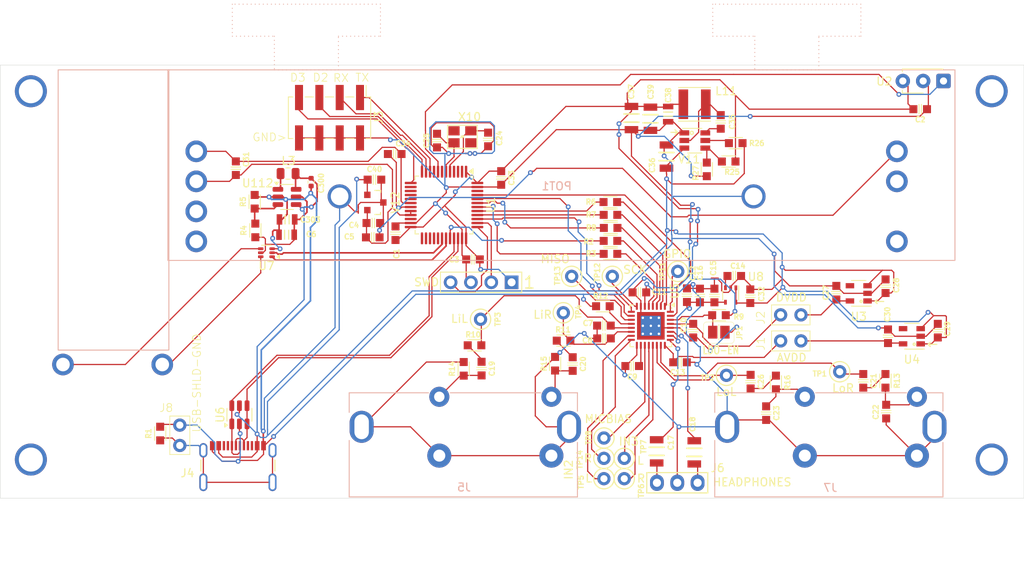
<source format=kicad_pcb>
(kicad_pcb (version 20241229) (generator "pcbnew") (generator_version "9.0")
  (layers (0 "F.Cu" signal) (2 "B.Cu" signal) (13 "F.Paste" user) (15 "B.Paste" user) (5 "F.SilkS" user "F.Silkscreen") (7 "B.SilkS" user "B.Silkscreen") (1 "F.Mask" user) (3 "B.Mask" user) (25 "Edge.Cuts" user))
  (net 0 "")
  (net 1 "+3V3")
  (net 2 "GND")
  (net 3 "+3V3REF")
  (net 4 "ADCGND")
  (net 5 "/XTAL1")
  (net 6 "/XTAL2")
  (net 7 "/Slider_ADC")
  (net 8 "Net-(V11-SW)")
  (net 9 "Net-(V11-BST)")
  (net 10 "/V_USB")
  (net 11 "GNDA")
  (net 12 "/DEBUG2")
  (net 13 "/DEBUG3")
  (net 14 "/UART_RX")
  (net 15 "/UART_TX")
  (net 16 "Net-(J4-Shield1)")
  (net 21 "/SWCLK")
  (net 22 "/SWDIO")
  (net 23 "Net-(U112-SW)")
  (net 24 "Net-(U7-OUT2)")
  (net 28 "Net-(U7-OUT1)")
  (net 29 "Net-(U112-FB)")
  (net 30 "Net-(V11-FB)")
  (net 31 "Net-(V11-EN)")
  (net 32 "/I2C_SCL")
  (net 33 "/I2C_SDA")
  (net 35 "/MOT-")
  (net 38 "/SAI_FS")
  (net 39 "/MOT+")
  (net 42 "/SAI_SD_A")
  (net 44 "/SAI_SCK")
  (net 48 "/SAI_MCLK")
  (net 52 "/IR_DEMOD")
  (net 55 "/SAI_SD_B")
  (net 56 "/CODEC_RESET")
  (net 59 "/USB_DP")
  (net 60 "/USB_DM")
  (net 63 "/Vmotor")
  (net 64 "/INL")
  (net 65 "/INR")
  (net 66 "Net-(U5-REF)")
  (net 67 "Net-(J2-Pin_1)")
  (net 68 "/VLDO")
  (net 69 "Net-(J1-Pin_1)")
  (net 70 "Net-(U8-Noise)")
  (net 71 "Net-(J6-Pin_1)")
  (net 72 "Net-(U5-HPL)")
  (net 73 "Net-(J6-Pin_3)")
  (net 74 "Net-(U5-HPR)")
  (net 75 "Net-(C19-Pad1)")
  (net 76 "Net-(C19-Pad2)")
  (net 77 "Net-(C20-Pad1)")
  (net 78 "Net-(C20-Pad2)")
  (net 79 "/LINEOUT_L")
  (net 80 "Net-(C21-Pad2)")
  (net 81 "Net-(C22-Pad1)")
  (net 82 "Net-(C23-Pad1)")
  (net 83 "Net-(C26-Pad2)")
  (net 84 "/LINEOUT_R")
  (net 85 "/AVDD")
  (net 86 "/DVDD")
  (net 87 "Net-(JP1-B)")
  (net 88 "Net-(U5-DIN_MFP1)")
  (net 89 "Net-(U5-DOUT_MFP2)")
  (net 90 "Net-(U5-MCLK)")
  (net 91 "Net-(U5-BCLK)")
  (net 92 "Net-(U5-WCLK)")
  (net 93 "Net-(U5-SPI_SELECT)")
  (net 96 "/SCK_MICDET")
  (net 97 "/GPIO")
  (net 98 "/IN2_R")
  (net 99 "/IN3_L")
  (net 100 "/MISO")
  (net 101 "/MICBIAS")
  (net 102 "/IN3_R")
  (net 103 "/IN2_L")
  (footprint "4ms_Resistor:R_0603" (layer "F.Cu") (at 157.05 82.37 -90)
    (property "Reference" "R16")
    (property "Value" "100Ω_0603")
  )
  (footprint "4ms_Capacitor:C_0603" (layer "F.Cu") (at 121.106 52.0225 90)
    (property "Reference" "C24")
    (property "Value" "18pF_0603_50V")
  )
  (footprint "4ms_Resistor:R_0603" (layer "F.Cu") (at 170.73 82.17 -90)
    (property "Reference" "R13")
    (property "Value" "100Ω_0603")
  )
  (footprint "4ms_Package_SOT:SOT-563-5" (layer "F.Cu") (at 151.4 71.45 -90)
    (property "Reference" "U8")
    (property "Value" "TAR5S33U")
  )
  (footprint "4ms_Capacitor:C_0603" (layer "F.Cu") (at 131.67 80.07 -90)
    (property "Reference" "C20")
    (property "Value" "1uF_0603_25V")
  )
  (footprint "4ms_Resistor:R_0603" (layer "F.Cu") (at 136.39 66.31)
    (property "Reference" "R3")
    (property "Value" "27Ω_0603")
  )
  (footprint "4ms_Resistor:R_0805_2012Metric" (layer "F.Cu") (at 96.1225 56.2825 180)
    (property "Reference" "L3")
    (property "Value" "10uH_0805_0.5A")
  )
  (footprint "4ms_Resistor:R_0603" (layer "F.Cu") (at 148.42 55.76 -90)
    (property "Reference" "R27")
    (property "Value" "10.2k_0603")
  )
  (footprint "4ms_TestPoint:TestPoint_WireHole" (layer "F.Cu") (at 135.57 89.31)
    (property "Reference" "TP8")
    (property "Value" "TestPoint" (hide yes))
  )
  (footprint "4ms_TestPoint:TestPoint_WireHole" (layer "F.Cu") (at 130.5 73.67)
    (property "Reference" "TP4")
    (property "Value" "TestPoint" (hide yes))
  )
  (footprint "4ms_Connector:Pins_2x04_P2.54mm_Vertical_SMD" (layer "F.Cu") (at 101.3 49.31 -90)
    (property "Reference" "J3")
    (property "Value" "Pins_02x04_P2.54mm_SMT")
  )
  (footprint "4ms_TestPoint:TestPoint_WireHole" (layer "F.Cu") (at 136.62 69.12)
    (property "Reference" "TP12")
    (property "Value" "TestPoint" (hide yes))
  )
  (footprint "4ms_Capacitor:C_1206" (layer "F.Cu") (at 141.38 49.4375 -90)
    (property "Reference" "C39")
    (property "Value" "22uF_1206_25V")
  )
  (footprint "4ms_Connector:Pins_1x02_2.54mm_TH" (layer "F.Cu") (at 158.91 77.18 90)
    (property "Reference" "J1")
    (property "Value" "Conn_01x02" (hide yes))
  )
  (footprint "4ms_Resistor:R_0603" (layer "F.Cu") (at 92.0325 63.3825 90)
    (property "Reference" "R4")
    (property "Value" "71.5k_0603")
  )
  (footprint "4ms_Capacitor:C_0603" (layer "F.Cu") (at 139.1 80.32)
    (property "Reference" "C9")
    (property "Value" "0.1uF_0603_16V")
  )
  (footprint "4ms_Capacitor:C_0603" (layer "F.Cu") (at 120.29 80.64 -90)
    (property "Reference" "C19")
    (property "Value" "1uF_0603_25V")
  )
  (footprint "4ms_Capacitor:C_0603" (layer "F.Cu") (at 109.54 63.73 90)
    (property "Reference" "C1")
    (property "Value" "0.1uF_0603_16V")
  )
  (footprint "4ms_Capacitor:C_0603" (layer "F.Cu") (at 109.44 53.84)
    (property "Reference" "C34")
    (property "Value" "100nF_0603_16V")
  )
  (footprint "4ms_Resistor:R_0603" (layer "F.Cu") (at 152.03 52.48 180)
    (property "Reference" "R26")
    (property "Value" "100k_0603")
  )
  (footprint "4ms_Capacitor:C_0603" (layer "F.Cu") (at 153.85 71.6 90)
    (property "Reference" "C32")
    (property "Value" "1uF_0603_25V")
  )
  (footprint "4ms_Resistor:R_0603" (layer "F.Cu") (at 129.47 80.03 90)
    (property "Reference" "R15")
    (property "Value" "100k_0603")
  )
  (footprint "4ms_Resistor:R_0603" (layer "F.Cu") (at 118.06 80.67 90)
    (property "Reference" "R14")
    (property "Value" "100k_0603")
  )
  (footprint "4ms_Capacitor:C_0603" (layer "F.Cu") (at 175.07 48.24 180)
    (property "Reference" "C2")
    (property "Value" "1uF_0603_25V")
  )
  (footprint "Package_TO_SOT_SMD:SOT-23-6" (layer "F.Cu") (at 90.0475 86.41 90)
    (property "Reference" "U6")
    (property "Value" "USBLC6-2SC6")
  )
  (footprint "4ms_Capacitor:C_0603" (layer "F.Cu") (at 170.745 70.35 90)
    (property "Reference" "C28")
    (property "Value" "10uF_0603_10V")
  )
  (footprint "4ms_Capacitor:C_1206" (layer "F.Cu") (at 146.855 91.1 -90)
    (property "Reference" "C18")
    (property "Value" "22uF_1206_25V")
  )
  (footprint "4ms_Capacitor:C_0603" (layer "F.Cu") (at 114.726 52.1625 90)
    (property "Reference" "C25")
    (property "Value" "18pF_0603_50V")
  )
  (footprint "4ms_Capacitor:C_0603" (layer "F.Cu") (at 150.16 49.83 90)
    (property "Reference" "C35")
    (property "Value" "100nF_0603_16V")
  )
  (footprint "4ms_Capacitor:C_0603" (layer "F.Cu") (at 106.7 64.25)
    (property "Reference" "C5")
    (property "Value" "10uF_0603_10V")
  )
  (footprint "4ms_Resistor:R_0603" (layer "F.Cu") (at 149.94 73.97 180)
    (property "Reference" "R9")
    (property "Value" "4.7k_0603")
  )
  (footprint "4ms_Capacitor:C_0603" (layer "F.Cu") (at 145.075 79.85)
    (property "Reference" "C13")
    (property "Value" "10uF_0603_10V")
  )
  (footprint "4ms_Connector:Pins_1x04_2.54mm_TH_SWD" (layer "F.Cu") (at 120.23 69.865 -90)
    (property "Reference" "J12" (hide yes))
    (property "Value" "Conn_01x04" (hide yes))
  )
  (footprint "4ms_Capacitor:C_0603" (layer "F.Cu") (at 149.37 71.51 90)
    (property "Reference" "C15")
    (property "Value" "10uF_0603_10V")
  )
  (footprint "4ms_Capacitor:C_1206" (layer "F.Cu") (at 143.38 54.16 90)
    (property "Reference" "C36")
    (property "Value" "22uF_1206_25V")
  )
  (footprint "4ms_Capacitor:C_0603" (layer "F.Cu") (at 151.85 69.07 180)
    (property "Reference" "C14")
    (property "Value" "0.1uF_0603_16V")
  )
  (footprint "4ms_Capacitor:C_0603" (layer "F.Cu") (at 135.58 76.87 180)
    (property "Reference" "C8")
    (property "Value" "47pF_0603_50V")
  )
  (footprint "4ms_TestPoint:TestPoint_WireHole" (layer "F.Cu") (at 131.54 69.12)
    (property "Reference" "TP13")
    (property "Value" "TestPoint" (hide yes))
  )
  (footprint "4ms_Package_SOT:SOT23-3_PO132" (layer "F.Cu") (at 107.02076 59.8925 -90)
    (property "Reference" "V12")
    (property "Value" "NCP51460SN33")
  )
  (footprint "4ms_TestPoint:TestPoint_WireHole" (layer "F.Cu") (at 150.87 81.48)
    (property "Reference" "TP2")
    (property "Value" "TestPoint" (hide yes))
  )
  (footprint "4ms_Capacitor:C_0603" (layer "F.Cu") (at 147.56 71.51 90)
    (property "Reference" "C16")
    (property "Value" "1uF_0603_25V")
  )
  (footprint "4ms_Capacitor:C_0603" (layer "F.Cu") (at 119.22 67 180)
    (property "Reference" "C3")
    (property "Value" "0.1uF_0603_16V")
  )
  (footprint "4ms_Capacitor:C_0603" (layer "F.Cu") (at 106.91 57.0425)
    (property "Reference" "C40")
    (property "Value" "2.2uF_0603_25V")
  )
  (footprint "OptoDevice:Vishay_MINICAST-3Pin" (layer "F.Cu") (at 177.98 44.72 180)
    (property "Reference" "U2")
    (property "Value" "TSOP38238")
  )
  (footprint "4ms_Capacitor:C_0603" (layer "F.Cu") (at 171.05 76.6 90)
    (property "Reference" "C30")
    (property "Value" "10uF_0603_10V")
  )
  (footprint "Inductor_SMD:L_Taiyo-Yuden_NR-40xx" (layer "F.Cu") (at 146.89 47.63 180)
    (property "Reference" "L11")
    (property "Value" "4.7uH_1.2A_40xx")
  )
  (footprint "4ms_Capacitor:C_0603" (layer "F.Cu") (at 106.77 62.46)
    (property "Reference" "C4")
    (property "Value" "100nF_0603_16V")
  )
  (footprint "Package_QFP:LQFP-48_7x7mm_P0.5mm" (layer "F.Cu") (at 115.6 60.21 -90)
    (property "Reference" "U1")
    (property "Value" "STM32G431CBTx")
  )
  (footprint "4ms_Resistor:R_0603" (layer "F.Cu") (at 136.37 59.84)
    (property "Reference" "R6")
    (property "Value" "27Ω_0603")
  )
  (footprint "4ms_Connector:Pins_1x03_2.54mm_TH" (layer "F.Cu") (at 144.73 94.9 90)
    (property "Reference" "J6")
    (property "Value" "Conn_01x03" (hide yes))
  )
  (footprint "4ms_TestPoint:TestPoint_WireHole" (layer "F.Cu") (at 138.11 91.85)
    (property "Reference" "TP7")
    (property "Value" "TestPoint" (hide yes))
  )
  (footprint "4ms_Package_SOT:SOT-23-5" (layer "F.Cu") (at 167.395 71.24 180)
    (property "Reference" "U3")
    (property "Value" "TLV74018")
  )
  (footprint "4ms_Capacitor:C_0603" (layer "F.Cu") (at 170.82 86.01 -90)
    (property "Reference" "C22")
    (property "Value" "47nF_0603_35V")
  )
  (footprint "4ms_SolderJumper:NetTie-2_SMD_Pad0.16mm_6mil" (layer "F.Cu") (at 149.41 69.34 180)
    (property "Reference" "NT2" (hide yes))
    (property "Value" "NetTie" (hide yes))
  )
  (footprint "4ms_Capacitor:C_0603" (layer "F.Cu") (at 146.72 75.9 -90)
    (property "Reference" "C10")
    (property "Value" "10uF_0603_10V")
  )
  (footprint "4ms_Resistor:R_0603" (layer "F.Cu") (at 135.44 72.85)
    (property "Reference" "R12")
    (property "Value" "4.7k_0603")
  )
  (footprint "4ms_Connector:USB_C_Receptacle_Molex_2171790001" (layer "F.Cu") (at 89.86 93.695)
    (property "Reference" "J4")
    (property "Value" "USB-C_Receptacle_Molex_2171790001")
  )
  (footprint "4ms_Capacitor:C_0603" (layer "F.Cu") (at 145.94 71.47 -90)
    (property "Reference" "C12")
    (property "Value" "0.1uF_0603_16V")
  )
  (footprint "4ms_TestPoint:TestPoint_WireHole" (layer "F.Cu") (at 165.02 81.03)
    (property "Reference" "TP1")
    (property "Value" "TestPoint" (hide yes))
  )
  (footprint "4ms_Resistor:R_0603" (layer "F.Cu") (at 130.53 77.15 180)
    (property "Reference" "R11")
    (property "Value" "1k_0603")
  )
  (footprint "4ms_TestPoint:TestPoint_WireHole" (layer "F.Cu") (at 135.57 94.39)
    (property "Reference" "TP5")
    (property "Value" "TestPoint" (hide yes))
  )
  (footprint "4ms_Connector:Pins_1x02_2.54mm_TH" (layer "F.Cu") (at 158.91 73.93 90)
    (property "Reference" "J2")
    (property "Value" "Conn_01x02" (hide yes))
  )
  (footprint "4ms_Capacitor:C_0603" (layer "F.Cu") (at 155.83 86.2 -90)
    (property "Reference" "C23")
    (property "Value" "47nF_0603_35V")
  )
  (footprint "Package_DFN_QFN:QFN-32-1EP_5x5mm_P0.5mm_EP3.45x3.45mm_ThermalVias" (layer "F.Cu") (at 141.43 75.2975 -90)
    (property "Reference" "U5")
    (property "Value" "TLV320AIC3204")
  )
  (footprint "4ms_Capacitor:C_1206" (layer "F.Cu") (at 142.155 90.975 -90)
    (property "Reference" "C17")
    (property "Value" "22uF_1206_25V")
  )
  (footprint "4ms_Capacitor:C_0805" (layer "F.Cu") (at 96 62.01 180)
    (property "Reference" "C303")
    (property "Value" "10uF_0805_25V")
  )
  (footprint "4ms_Capacitor:C_0603" (layer "F.Cu") (at 135.57 75.27 180)
    (property "Reference" "C7")
    (property "Value" "47pF_0603_50V")
  )
  (footprint "4ms_TestPoint:TestPoint_WireHole" (layer "F.Cu") (at 138.11 94.39)
    (property "Reference" "TP6")
    (property "Value" "TestPoint" (hide yes))
  )
  (footprint "4ms_Capacitor:C_0603" (layer "F.Cu") (at 177.27 75.9 90)
    (property "Reference" "C29")
    (property "Value" "10uF_0603_10V")
  )
  (footprint "4ms_Capacitor:C_1206" (layer "F.Cu") (at 139.01 49.3475 -90)
    (property "Reference" "C37")
    (property "Value" "22uF_1206_25V")
  )
  (footprint "4ms_Resistor:R_0603" (layer "F.Cu") (at 151.15 54.78 180)
    (property "Reference" "R25")
    (property "Value" "31.6k_0603")
  )
  (footprint "4ms_TestPoint:TestPoint_WireHole" (layer "F.Cu") (at 144.79 68.5)
    (property "Reference" "TP11")
    (property "Value" "TestPoint" (hide yes))
  )
  (footprint "4ms_Capacitor:C_0603" (layer "F.Cu") (at 122.74 56.83 -90)
    (property "Reference" "C33")
    (property "Value" "0.1uF_0603_16V")
  )
  (footprint "4ms_Capacitor:C_0603" (layer "F.Cu") (at 153.89 82.27 -90)
    (property "Reference" "C26")
    (property "Value" "1uF_0603_25V")
  )
  (footprint "4ms_Capacitor:C_0603" (layer "F.Cu") (at 167.96 82.17 -90)
    (property "Reference" "C21")
    (property "Value" "1uF_0603_25V")
  )
  (footprint "4ms_Resistor:R_0603" (layer "F.Cu") (at 119.41 77.73 180)
    (property "Reference" "R10")
    (property "Value" "1k_0603")
  )
  (footprint "4ms_SolderJumper:JUMPER_SMD_1x2" (layer "F.Cu") (at 149.92 76.09 180)
    (property "Reference" "JP1")
    (property "Value" "SolderJumper_2_Open" (hide yes))
  )
  (footprint "4ms_SolderJumper:NetTie-2_SMD_Pad0.16mm_6mil" (layer "F.Cu") (at 104.89 60.8 -90)
    (property "Reference" "NT11" (hide yes))
    (property "Value" "NetTie" (hide yes))
  )
  (footprint "4ms_TestPoint:TestPoint_WireHole" (layer "F.Cu") (at 120.16 74.48)
    (property "Reference" "TP3")
    (property "Value" "TestPoint" (hide yes))
  )
  (footprint "4ms_Connector:Pins_1x02_2.54mm_TH" (layer "F.Cu") (at 82.6 88.97)
    (property "Reference" "J8")
    (property "Value" "Conn_01x02" (hide yes))
  )
  (footprint "4ms_Package_SOT:TSOT-23-6" (layer "F.Cu") (at 146.92285 52.15)
    (property "Reference" "V11")
    (property "Value" "AP62200WU-7")
  )
  (footprint "4ms_Capacitor:C_0603" (layer "F.Cu") (at 140 71.12 180)
    (property "Reference" "C11")
    (property "Value" "10uF_0603_10V")
  )
  (footprint "4ms_Resistor:R_0603" (layer "F.Cu") (at 136.41 63.07)
    (property "Reference" "R8")
    (property "Value" "27Ω_0603")
  )
  (footprint "4ms_TestPoint:TestPoint_WireHole" (layer "F.Cu") (at 135.57 91.85)
    (property "Reference" "TP14")
    (property "Value" "TestPoint" (hide yes))
  )
  (footprint "4ms_Resistor:R_0603" (layer "F.Cu") (at 136.39 64.69)
    (property "Reference" "R2")
    (property "Value" "27Ω_0603")
  )
  (footprint "4ms_Capacitor:C_0805" (layer "F.Cu") (at 95.94 63.92 180)
    (property "Reference" "C6")
    (property "Value" "10uF_0805_25V")
  )
  (footprint "4ms_Capacitor:C_0603" (layer "F.Cu") (at 89.6 55.61 -90)
    (property "Reference" "C31")
    (property "Value" "100nF_0603_16V")
  )
  (footprint "Package_TO_SOT_SMD:SOT-23-6" (layer "F.Cu") (at 95.9925 59.2025)
    (property "Reference" "U112")
    (property "Value" "TLV61046ADB")
  )
  (footprint "4ms_Capacitor:C_0603" (layer "F.Cu") (at 164.595 71.16 90)
    (property "Reference" "C27")
    (property "Value" "10uF_0603_10V")
  )
  (footprint "4ms_Resistor:R_0603" (layer "F.Cu") (at 80.15 88.75 90)
    (property "Reference" "R1")
    (property "Value" "15k_0603")
  )
  (footprint "4ms_Resistor:R_0603" (layer "F.Cu") (at 91.9525 59.8025 90)
    (property "Reference" "R5")
    (property "Value" "10k_0603")
  )
  (footprint "Package_TO_SOT_SMD:SOT-563" (layer "F.Cu") (at 93.42 66.17 180)
    (property "Reference" "U7")
    (property "Value" "DRV8210DRLR")
  )
  (footprint "4ms_Capacitor:C_0805" (layer "F.Cu") (at 143.59 48.8575 -90)
    (property "Reference" "C38")
    (property "Value" "10uF_0805_25V")
  )
  (footprint "4ms_Capacitor:C_0402" (layer "F.Cu") (at 99.0025 57.3525 -90)
    (property "Reference" "C300")
    (property "Value" "1uF_0402_25V")
  )
  (footprint "4ms_Crystal:FA-238" (layer "F.Cu") (at 117.896 51.6925)
    (property "Reference" "X10")
    (property "Value" "16MHz_18pF_FA238" (hide yes))
  )
  (footprint "4ms_Resistor:R_0603" (layer "F.Cu") (at 136.39 61.44)
    (property "Reference" "R7")
    (property "Value" "27Ω_0603")
  )
  (footprint "4ms_Package_SOT:SOT-23-5" (layer "F.Cu") (at 174.03 76.6 180)
    (property "Reference" "U4")
    (property "Value" "TLV74018")
  )
  (footprint "4ms_Potentiometer:Slider_Dual_Motorized_PSM60-081A-xxx" (layer "B.Cu") (at 128.41 59.13 180)
    (property "Reference" "POT1")
    (property "Value" "Slider_Dual_Motorized_PSM60-081A-xxx")
  )
  (footprint "4ms_Jack:RCA_Stereo_SwitchCraft-PJRAS2X1S" (layer "B.Cu") (at 163.91 91.41 180)
    (property "Reference" "J7")
    (property "Value" "Jack_RCA_Stereo")
  )
  (footprint "4ms_Jack:RCA_Stereo_SwitchCraft-PJRAS2X1S" (layer "B.Cu") (at 118.26 91.41 180)
    (property "Reference" "J5")
    (property "Value" "Jack_RCA_Stereo")
  )
  (gr_rect (start 60.17 42.73) (end 188.03 96.82) (stroke (width 0.05)) (fill no) (layer "Edge.Cuts"))
  (gr_text "AVDD" (at 157.06 79.86 0) (layer "F.SilkS") (effects (font (size 1 1)) (justify left bottom)))
  (gr_text "GND>" (at 91.61 52.33 0) (layer "F.SilkS") (effects (font (size 1 1) (thickness 0.1)) (justify left bottom)))
  (gr_text "SWD" (at 111.78 70.43 0) (layer "F.SilkS") (effects (font (size 1 1)) (justify left bottom)))
  (gr_text "USB-SHLD-GND" (at 85.31 88.67 90) (layer "F.SilkS") (effects (font (size 1 1) (thickness 0.1)) (justify left bottom)))
  (gr_text "LoL" (at 149.5 84.12 0) (layer "F.SilkS") (effects (font (size 1 1)) (justify left bottom)))
  (gr_text "RX" (at 101.69 44.93 0) (layer "F.SilkS") (effects (font (size 1 1) (thickness 0.1)) (justify left bottom)))
  (gr_text "SCK" (at 137.89 68.87 0) (layer "F.SilkS") (effects (font (size 1 1)) (justify left bottom)))
  (gr_text "DVDD" (at 156.95 72.33 0) (layer "F.SilkS") (effects (font (size 1 1)) (justify left bottom)))
  (gr_text "L" (at 139.63 92.71 0) (layer "F.SilkS") (effects (font (size 1 1)) (justify left bottom)))
  (gr_text "IN2" (at 131.75 94.6 90) (layer "F.SilkS") (effects (font (size 1 1)) (justify left bottom)))
  (gr_text "D3" (at 96.3 44.88 0) (layer "F.SilkS") (effects (font (size 1 1) (thickness 0.1)) (justify left bottom)))
  (gr_text "LDO-EN" (at 147.81 78.91 0) (layer "F.SilkS") (effects (font (size 1 0.75)) (justify left bottom)))
  (gr_text "LoR" (at 163.98 83.67 0) (layer "F.SilkS") (effects (font (size 1 1)) (justify left bottom)))
  (gr_text "MISO" (at 127.57 67.54 0) (layer "F.SilkS") (effects (font (size 1 1)) (justify left bottom)))
  (gr_text "L" (at 133.16 94.93 0) (layer "F.SilkS") (effects (font (size 1 1)) (justify left bottom)))
  (gr_text "R" (at 132.98 92.43 0) (layer "F.SilkS") (effects (font (size 1 1)) (justify left bottom)))
  (gr_text "D2" (at 99.14 44.88 0) (layer "F.SilkS") (effects (font (size 1 1) (thickness 0.1)) (justify left bottom)))
  (gr_text "R" (at 139.61 94.95 0) (layer "F.SilkS") (effects (font (size 1 1)) (justify left bottom)))
  (gr_text "GPIO" (at 142.87 66.9 0) (layer "F.SilkS") (effects (font (size 1 1)) (justify left bottom)))
  (gr_text "LiL" (at 116.38 75 0) (layer "F.SilkS") (effects (font (size 1 1)) (justify left bottom)))
  (gr_text "IN3" (at 137.33 90.32 0) (layer "F.SilkS") (effects (font (size 1 1)) (justify left bottom)))
  (gr_text "HEADPHONES" (at 149.07 95.41 0) (layer "F.SilkS") (effects (font (size 1 1)) (justify left bottom)))
  (gr_text "TX" (at 104.46 44.88 0) (layer "F.SilkS") (effects (font (size 1 1) (thickness 0.1)) (justify left bottom)))
  (gr_text "LiR" (at 126.67 74.49 0) (layer "F.SilkS") (effects (font (size 1 1)) (justify left bottom)))
  (gr_text "MICBIAS" (at 133.07 87.51 0) (layer "F.SilkS") (effects (font (size 1 1)) (justify left bottom)))
  (via (at 64 92) (size 4) (drill 3) (layers "F.Cu" "B.Cu") (net 0))
  (via (at 184 92) (size 4) (drill 3) (layers "F.Cu" "B.Cu") (net 0))
  (via (at 184 46) (size 4) (drill 3) (layers "F.Cu" "B.Cu") (net 0))
  (via (at 64 46) (size 4) (drill 3) (layers "F.Cu" "B.Cu") (net 0))
  (segment (start 152 54.78) (end 152 46.65) (width 0.15) (layer "F.Cu") (net 1))
  (segment (start 144.97 60.66) (end 146.7 60.66) (width 0.15) (layer "F.Cu") (net 1))
  (segment (start 119.04125 56.73875) (end 119.7625 57.46) (width 0.15) (layer "F.Cu") (net 1))
  (segment (start 118.35 65.28) (end 120.07 67) (width 0.15) (layer "F.Cu") (net 1))
  (segment (start 152 46.51) (end 151.83 46.34) (width 0.15) (layer "F.Cu") (net 1))
  (segment (start 141.38 47.9875) (end 143.51 47.9875) (width 0.15) (layer "F.Cu") (net 1))
  (segment (start 122.74 55.98) (end 121.2425 55.98) (width 0.15) (layer "F.Cu") (net 1))
  (segment (start 117.01 58.95) (end 117.01 58.56) (width 0.15) (layer "F.Cu") (net 1))
  (segment (start 113 62.96) (end 115.67 60.29) (width 0.15) (layer "F.Cu") (net 1))
  (segment (start 150.06 44.57) (end 140.14 44.57) (width 0.15) (layer "F.Cu") (net 1))
  (segment (start 130.8225 47.8975) (end 122.74 55.98) (width 0.15) (layer "F.Cu") (net 1))
  (segment (start 153.73 48.24) (end 151.83 46.34) (width 0.15) (layer "F.Cu") (net 1))
  (segment (start 172.9 44.72) (end 173.55 45.37) (width 0.15) (layer "F.Cu") (net 1))
  (segment (start 145.49 47.63) (end 143.8675 47.63) (width 0.15) (layer "F.Cu") (net 1))
  (segment (start 138.48 47.02) (end 138.54 47.08) (width 0.15) (layer "F.Cu") (net 1))
  (segment (start 139.01 47.8975) (end 141.29 47.8975) (width 0.15) (layer "F.Cu") (net 1))
  (segment (start 118.35 64.3725) (end 118.35 62.97) (width 0.15) (layer "F.Cu") (net 1))
  (segment (start 173.55 47.57) (end 174.22 48.24) (width 0.15) (layer "F.Cu") (net 1))
  (segment (start 174.22 48.24) (end 153.73 48.24) (width 0.15) (layer "F.Cu") (net 1))
  (segment (start 139.01 47.8975) (end 130.8225 47.8975) (width 0.15) (layer "F.Cu") (net 1))
  (segment (start 118.35 64.3725) (end 118.35 65.28) (width 0.15) (layer "F.Cu") (net 1))
  (segment (start 120.07 67) (end 120.07 68.14) (width 0.15) (layer "F.Cu") (net 1))
  (segment (start 151.83 46.34) (end 150.06 44.57) (width 0.15) (layer "F.Cu") (net 1))
  (segment (start 120.07 68.14) (end 120.18 68.25) (width 0.15) (layer "F.Cu") (net 1))
  (segment (start 147.26 62.2) (end 147.26 64.857243) (width 0.15) (layer "F.Cu") (net 1))
  (segment (start 173.55 45.37) (end 173.55 47.57) (width 0.15) (layer "F.Cu") (net 1))
  (segment (start 115.67 60.29) (end 117.01 58.95) (width 0.15) (layer "F.Cu") (net 1))
  (segment (start 146.7 60.66) (end 147.25 60.66) (width 0.15) (layer "F.Cu") (net 1))
  (segment (start 118.35 56.0475) (end 119.04125 56.73875) (width 0.15) (layer "F.Cu") (net 1))
  (segment (start 143.51 47.9875) (end 143.59 47.9075) (width 0.15) (layer "F.Cu") (net 1))
  (segment (start 138.48 46.23) (end 138.48 47.02) (width 0.15) (layer "F.Cu") (net 1))
  (segment (start 139.01 47.8975) (end 139.01 48.5) (width 0.15) (layer "F.Cu") (net 1))
  (segment (start 109.54 64.58) (end 109.8175 64.58) (width 0.15) (layer "F.Cu") (net 1))
  (segment (start 137.45 51.41) (end 137.45 53.14) (width 0.15) (layer "F.Cu") (net 1))
  (segment (start 111.4375 62.96) (end 113 62.96) (width 0.15) (layer "F.Cu") (net 1))
  (segment (start 151.45 73.97) (end 151.93 73.49) (width 0.15) (layer "F.Cu") (net 1))
  (segment (start 140.68 72.86) (end 140.68 71.29) (width 0.15) (layer "F.Cu") (net 1))
  (segment (start 150.79 73.97) (end 151.45 73.97) (width 0.15) (layer "F.Cu") (net 1))
  (segment (start 147.25 60.66) (end 147.33 60.74) (width 0.15) (layer "F.Cu") (net 1))
  (segment (start 139.01 48.5) (end 137.45 50.06) (width 0.15) (layer "F.Cu") (net 1))
  (segment (start 140.68 71.29) (end 140.85 71.12) (width 0.15) (layer "F.Cu") (net 1))
  (segment (start 137.45 53.14) (end 144.18 59.87) (width 0.15) (layer "F.Cu") (net 1))
  (segment (start 138.54 47.4275) (end 139.01 47.8975) (width 0.15) (layer "F.Cu") (net 1))
  (segment (start 121.2425 55.98) (end 119.7625 57.46) (width 0.15) (layer "F.Cu") (net 1))
  (segment (start 118.35 62.97) (end 115.67 60.29) (width 0.15) (layer "F.Cu") (net 1))
  (segment (start 140.85 71.12) (end 140.85 70.15) (width 0.15) (layer "F.Cu") (net 1))
  (segment (start 144.18 59.87) (end 144.97 60.66) (width 0.15) (layer "F.Cu") (net 1))
  (segment (start 141.29 47.8975) (end 141.38 47.9875) (width 0.15) (layer "F.Cu") (net 1))
  (segment (start 143.8675 47.63) (end 143.59 47.9075) (width 0.15) (layer "F.Cu") (net 1))
  (segment (start 147.26 64.857243) (end 147.041251 65.075992) (width 0.15) (layer "F.Cu") (net 1))
  (segment (start 109.8175 64.58) (end 111.4375 62.96) (width 0.15) (layer "F.Cu") (net 1))
  (segment (start 152 46.65) (end 152 46.51) (width 0.15) (layer "F.Cu") (net 1))
  (segment (start 140.85 70.15) (end 140.92 70.08) (width 0.15) (layer "F.Cu") (net 1))
  (segment (start 138.54 47.08) (end 138.54 47.4275) (width 0.15) (layer "F.Cu") (net 1))
  (segment (start 140.14 44.57) (end 138.48 46.23) (width 0.15) (layer "F.Cu") (net 1))
  (via (at 147.041251 65.075992) (size 0.6) (drill 0.3) (layers "F.Cu" "B.Cu") (net 1))
  (via (at 151.93 73.49) (size 0.6) (drill 0.3) (layers "F.Cu" "B.Cu") (net 1))
  (via (at 120.18 68.25) (size 0.6) (drill 0.3) (layers "F.Cu" "B.Cu") (net 1))
  (via (at 140.92 70.08) (size 0.6) (drill 0.3) (layers "F.Cu" "B.Cu") (net 1))
  (via (at 147.33 60.74) (size 0.6) (drill 0.3) (layers "F.Cu" "B.Cu") (net 1))
  (via (at 147.26 62.2) (size 0.6) (drill 0.3) (layers "F.Cu" "B.Cu") (net 1))
  (via (at 117.01 58.56) (size 0.6) (drill 0.3) (layers "F.Cu" "B.Cu") (net 1))
  (via (at 137.45 51.41) (size 0.6) (drill 0.3) (layers "F.Cu" "B.Cu") (net 1))
  (via (at 119.04125 56.73875) (size 0.6) (drill 0.3) (layers "F.Cu" "B.Cu") (net 1))
  (via (at 137.45 50.06) (size 0.6) (drill 0.3) (layers "F.Cu" "B.Cu") (net 1))
  (segment (start 151.93 71.26) (end 151.93 73.49) (width 0.15) (layer "B.Cu") (net 1))
  (segment (start 141.93 71.09) (end 145.01 71.09) (width 0.15) (layer "B.Cu") (net 1))
  (segment (start 122.425 68.25) (end 124.04 69.865) (width 0.15) (layer "B.Cu") (net 1))
  (segment (start 146.63 65.487243) (end 146.92 65.197243) (width 0.15) (layer "B.Cu") (net 1))
  (segment (start 120.18 68.25) (end 122.425 68.25) (width 0.15) (layer "B.Cu") (net 1))
  (segment (start 146.174 69.926) (end 146.174 69.902123) (width 0.15) (layer "B.Cu") (net 1))
  (segment (start 145.01 71.09) (end 146.174 69.926) (width 0.15) (layer "B.Cu") (net 1))
  (segment (start 150.14 69.47) (end 151.93 71.26) (width 0.15) (layer "B.Cu") (net 1))
  (segment (start 147.33 62.13) (end 147.26 62.2) (width 0.15) (layer "B.Cu") (net 1))
  (segment (start 146.482123 69.594) (end 146.506 69.594) (width 0.15) (layer "B.Cu") (net 1))
  (segment (start 146.174 69.902123) (end 146.482123 69.594) (width 0.15) (layer "B.Cu") (net 1))
  (segment (start 147.33 60.74) (end 147.33 62.13) (width 0.15) (layer "B.Cu") (net 1))
  (segment (start 146.63 69.47) (end 150.14 69.47) (width 0.15) (layer "B.Cu") (net 1))
  (segment (start 140.92 70.08) (end 141.93 71.09) (width 0.15) (layer "B.Cu") (net 1))
  (segment (start 117.01 58.56) (end 118.83125 56.73875) (width 0.15) (layer "B.Cu") (net 1))
  (segment (start 146.92 65.197243) (end 146.92 65.03) (width 0.15) (layer "B.Cu") (net 1))
  (segment (start 118.83125 56.73875) (end 119.04125 56.73875) (width 0.15) (layer "B.Cu") (net 1))
  (segment (start 146.63 69.47) (end 146.63 65.487243) (width 0.15) (layer "B.Cu") (net 1))
  (segment (start 137.45 50.06) (end 137.45 51.41) (width 0.15) (layer "B.Cu") (net 1))
  (segment (start 146.506 69.594) (end 146.63 69.47) (width 0.15) (layer "B.Cu") (net 1))
  (segment (start 165.525 71.24) (end 168.495 71.24) (width 0.15) (layer "F.Cu") (net 2))
  (segment (start 153.85 70.75) (end 153.85 70.22) (width 0.15) (layer "F.Cu") (net 2))
  (segment (start 99.0025 58.6725) (end 98.9525 58.7225) (width 0.2) (layer "F.Cu") (net 2))
  (segment (start 146.34 64.81) (end 146.34 62.2) (width 0.15) (layer "F.Cu") (net 2))
  (segment (start 115.88 58.682758) (end 114.521379 60.041379) (width 0.15) (layer "F.Cu") (net 2))
  (segment (start 114.521379 60.041379) (end 112.102758 62.46) (width 0.15) (layer "F.Cu") (net 2))
  (segment (start 118.84 53.7725) (end 118.236 53.7725) (width 0.15) (layer "F.Cu") (net 2))
  (segment (start 94.855 59.2025) (end 93.7425 59.2025) (width 0.2) (layer "F.Cu") (net 2))
  (segment (start 158.76 70.31) (end 157.87 69.42) (width 0.15) (layer "F.Cu") (net 2))
  (segment (start 168.495 71.24) (end 169.005 71.24) (width 0.15) (layer "F.Cu") (net 2))
  (segment (start 140.18 72.86) (end 140.18 74.0475) (width 0.15) (layer "F.Cu") (net 2))
  (segment (start 80.44 87.61) (end 82.51 87.61) (width 0.15) (layer "F.Cu") (net 2))
  (segment (start 104.48 61.05) (end 102.56 59.13) (width 0.15) (layer "F.Cu") (net 2))
  (segment (start 151.4 70.55) (end 151.4 70.37) (width 0.15) (layer "F.Cu") (net 2))
  (segment (start 171.05 75.75) (end 171.9 76.6) (width 0.15) (layer "F.Cu") (net 2))
  (segment (start 170.86 75.56) (end 171.05 75.75) (width 0.15) (layer "F.Cu") (net 2))
  (segment (start 89.8825 92.1425) (end 89.915 92.11) (width 0.15) (layer "F.Cu") (net 2))
  (segment (start 176.09 48.07) (end 175.92 48.24) (width 0.15) (layer "F.Cu") (net 2))
  (segment (start 150.682 76.09) (end 151.52 76.09) (width 0.15) (layer "F.Cu") (net 2))
  (segment (start 169.84 75.56) (end 170.86 75.56) (width 0.15) (layer "F.Cu") (net 2))
  (segment (start 175.02 49.14) (end 153.84 49.14) (width 0.15) (layer "F.Cu") (net 2))
  (segment (start 86.66 90.995) (end 86.66 90.27) (width 0.15) (layer "F.Cu") (net 2))
  (segment (start 119.7625 57.96) (end 122.46 57.96) (width 0.15) (layer "F.Cu") (net 2))
  (segment (start 104.89 61.05) (end 104.48 61.05) (width 0.15) (layer "F.Cu") (net 2))
  (segment (start 156.89 68.44) (end 156.89 66.53) (width 0.15) (layer "F.Cu") (net 2))
  (segment (start 151.52 76.09) (end 152.16 75.45) (width 0.15) (layer "F.Cu") (net 2))
  (segment (start 118.236 53.7725) (end 120.206 53.7725) (width 0.15) (layer "F.Cu") (net 2))
  (segment (start 115.88 58.04) (end 115.96 57.96) (width 0.15) (layer "F.Cu") (net 2))
  (segment (start 114.726 53.0125) (end 114.3425 53.0125) (width 0.15) (layer "F.Cu") (net 2))
  (segment (start 117.85 66.48) (end 117.85 64.3725) (width 0.15) (layer "F.Cu") (net 2))
  (segment (start 122.74 57.68) (end 129.6225 50.7975) (width 0.15) (layer "F.Cu") (net 2))
  (segment (start 121.346 49.9325) (end 121.832 50.4185) (width 0.15) (layer "F.Cu") (net 2))
  (segment (start 176.09 45.37) (end 176.09 48.07) (width 0.15) (layer "F.Cu") (net 2))
  (segment (start 143.09 53) (end 143.38 52.71) (width 0.15) (layer "F.Cu") (net 2))
  (segment (start 95.517499 59.2025) (end 95.825 59.51) (width 0.2) (layer "F.Cu") (net 2))
  (segment (start 95.05 62.01) (end 95.365 62.01) (width 0.2) (layer "F.Cu") (net 2))
  (segment (start 93.03 90.24) (end 93.06 90.27) (width 0.2) (layer "F.Cu") (net 2))
  (segment (start 139.01 50.7975) (end 139.0275 50.7975) (width 0.15) (layer "F.Cu") (net 2))
  (segment (start 175.92 48.24) (end 175.02 49.14) (width 0.15) (layer "F.Cu") (net 2))
  (segment (start 99.0025 57.8375) (end 99.0025 58.6725) (width 0.2) (layer "F.Cu") (net 2))
  (segment (start 151.4 70.37) (end 152.7 69.07) (width 0.15) (layer "F.Cu") (net 2))
  (segment (start 90.0475 88.6575) (end 90.14 88.75) (width 0.15) (layer "F.Cu") (net 2))
  (segment (start 150.504 71.12) (end 151.102 71.12) (width 0.15) (layer "F.Cu") (net 2))
  (segment (start 142.51 50.8875) (end 143.59 49.8075) (width 0.15) (layer "F.Cu") (net 2))
  (segment (start 80.15 87.9) (end 80.44 87.61) (width 0.15) (layer "F.Cu") (net 2))
  (segment (start 115.96 57.96) (end 119.7625 57.96) (width 0.15) (layer "F.Cu") (net 2))
  (segment (start 87.88 92.215) (end 86.66 90.995) (width 0.15) (layer "F.Cu") (net 2))
  (segment (start 175.81 76.6) (end 175.13 76.6) (width 0.15) (layer "F.Cu") (net 2))
  (segment (start 94.2 64.36) (end 94.2 63.52) (width 0.2) (layer "F.Cu") (net 2))
  (segment (start 94.99 63.92) (end 95.0025 63.9075) (width 0.2) (layer "F.Cu") (net 2))
  (segment (start 93.03 88.45) (end 93.03 90.24) (width 0.2) (layer "F.Cu") (net 2))
  (segment (start 118.37 69.275) (end 118.96 69.865) (width 0.15) (layer "F.Cu") (net 2))
  (segment (start 144.22035 49.8075) (end 143.59 49.8075) (width 0.15) (layer "F.Cu") (net 2))
  (segment (start 177.27 75.14) (end 175.81 76.6) (width 0.15) (layer "F.Cu") (net 2))
  (segment (start 116.176 53.7825) (end 115.406 53.0125) (width 0.15) (layer "F.Cu") (net 2))
  (segment (start 89.8825 92.215) (end 89.8825 92.1425) (width 0.15) (layer "F.Cu") (net 2))
  (segment (start 129.6225 50.7975) (end 139.01 50.7975) (width 0.15) (layer "F.Cu") (net 2))
  (segment (start 95.05 62.325) (end 95.05 62.01) (width 0.2) (layer "F.Cu") (net 2))
  (segment (start 95.0025 62.3725) (end 95.05 62.325) (width 0.2) (layer "F.Cu") (net 2))
  (segment (start 164.595 70.31) (end 158.76 70.31) (width 0.15) (layer "F.Cu") (net 2))
  (segment (start 133.89 72.85) (end 133.02 71.98) (width 0.15) (layer "F.Cu") (net 2))
  (segment (start 93.17 90.27) (end 94.32 89.12) (width 0.15) (layer "F.Cu") (net 2))
  (segment (start 114.654 49.9325) (end 121.346 49.9325) (width 0.15) (layer "F.Cu") (net 2))
  (segment (start 164.595 70.31) (end 165.525 71.24) (width 0.15) (layer "F.Cu") (net 2))
  (segment (start 89.915 92.11) (end 92.3 92.11) (width 0.15) (layer "F.Cu") (net 2))
  (segment (start 146.34 62.2) (end 146.43 62.11) (width 0.15) (layer "F.Cu") (net 2))
  (segment (start 157.87 69.42) (end 156.89 68.44) (width 0.15) (layer "F.Cu") (net 2))
  (segment (start 82.51 87.61) (end 82.6 87.7) (width 0.15) (layer "F.Cu") (net 2))
  (segment (start 93.06 90.27) (end 93.17 90.27) (width 0.15) (layer "F.Cu") (net 2))
  (segment (start 148.42 56.61) (end 146.5 56.61) (width 0.15) (layer "F.Cu") (net 2))
  (segment (start 140.18 74.0475) (end 141.43 75.2975) (width 0.15) (layer "F.Cu") (net 2))
  (segment (start 93.06 91.35) (end 93.06 90.27) (width 0.15) (layer "F.Cu") (net 2))
  (segment (start 143.38 52.71) (end 144.89 51.2) (width 0.15) (layer "F.Cu") (net 2))
  (segment (start 95.0025 63.9075) (end 95.0025 63.35) (width 0.2) (layer "F.Cu") (net 2))
  (segment (start 177.27 75.05) (end 177.27 75.14) (width 0.15) (layer "F.Cu") (net 2))
  (segment (start 95.0025 63.35) (end 95.0025 62.3725) (width 0.2) (layer "F.Cu") (net 2))
  (segment (start 139.01 50.7975) (end 139.01 54.1) (width 0.15) (layer "F.Cu") (net 2))
  (segment (start 140.18 72.15) (end 139.15 71.12) (width 0.15) (layer "F.Cu") (net 2))
  (segment (start 153.85 70.75) (end 156.54 70.75) (width 0.15) (layer "F.Cu") (net 2))
  (segment (start 150.28 70.896) (end 150.504 71.12) (width 0.15) (layer "F.Cu") (net 2))
  (segment (start 149.66 69.34) (end 150.28 69.96) (width 0.15) (layer "F.Cu") (net 2))
  (segment (start 146.5 56.61) (end 146.46 56.57) (width 0.15) (layer "F.Cu") (net 2))
  (segment (start 140.91 56) (end 145.15 60.24) (width 0.15) (layer "F.Cu") (net 2))
  (segment (start 109.96 62.46) (end 109.54 62.88) (width 0.15) (layer "F.Cu") (net 2))
  (segment (start 146.72 76.75) (end 146.24 76.75) (width 0.15) (layer "F.Cu") (net 2))
  (segment (start 120.206 53.7725) (end 121.106 52.8725) (width 0.15) (layer "F.Cu") (net 2))
  (segment (start 117.85 64.3725) (end 117.85 63.26) (width 0.15) (layer "F.Cu") (net 2))
  (segment (start 94.1325 65.67) (end 95.11 65.67) (width 0.15) (layer "F.Cu") (net 2))
  (segment (start 117.85 63.26) (end 115.8 61.21) (width 0.15) (layer "F.Cu") (net 2))
  (segment (start 143.09 54.08) (end 143.09 53) (width 0.15) (layer "F.Cu") (net 2))
  (segment (start 118.37 67) (end 117.85 66.48) (width 0.15) (layer "F.Cu") (net 2))
  (segment (start 145.15 60.24) (end 146.62 60.24) (width 0.15) (layer "F.Cu") (net 2))
  (segment (start 153.85 70.22) (end 152.7 69.07) (width 0.15) (layer "F.Cu") (net 2))
  (segment (start 90.0475 87.5475) (end 90.0475 88.6575) (width 0.15) (layer "F.Cu") (net 2))
  (segment (start 94.2 63.52) (end 94.37 63.35) (width 0.2) (layer "F.Cu") (net 2))
  (segment (start 114 52.67) (end 114 50.5865) (width 0.15) (layer "F.Cu") (net 2))
  (segment (start 139.15 71.12) (end 139.15 70.83) (width 0.15) (layer "F.Cu") (net 2))
  (segment (start 156.54 70.75) (end 157.87 69.42) (width 0.15) (layer "F.Cu") (net 2))
  (segment (start 111.4375 62.46) (end 109.96 62.46) (width 0.15) (layer "F.Cu") (net 2))
  (segment (start 150.28 69.96) (end 150.28 70.896) (width 0.15) (layer "F.Cu") (net 2))
  (segment (start 94.855 59.2025) (end 95.517499 59.2025) (width 0.2) (layer "F.Cu") (net 2))
  (segment (start 147.19 76.75) (end 148.87 78.43) (width 0.15) (layer "F.Cu") (net 2))
  (segment (start 171.9 76.6) (end 175.13 76.6) (width 0.15) (layer "F.Cu") (net 2))
  (segment (start 144.89 51.2) (end 145.61285 51.2) (width 0.15) (layer "F.Cu") (net 2))
  (segment (start 95.365 62.01) (end 96.0025 61.3725) (width 0.2) (layer "F.Cu") (net 2))
  (segment (start 145.61285 51.2) (end 144.22035 49.8075) (width 0.15) (layer "F.Cu") (net 2))
  (segment (start 141.38 50.8875) (end 142.51 50.8875) (width 0.15) (layer "F.Cu") (net 2))
  (segment (start 151.102 71.12) (end 151.4 70.822) (width 0.15) (layer "F.Cu") (net 2))
  (segment (start 145.0375 75.5475) (end 143.8675 75.5475) (width 0.15) (layer "F.Cu") (net 2))
  (segment (start 141.38 50.8875) (end 139.1 50.8875) (width 0.15) (layer "F.Cu") (net 2))
  (segment (start 92.3 92.11) (end 93.06 91.35) (width 0.15) (layer "F.Cu") (net 2))
  (segment (start 97.49 51.835) (end 105.11 51.835) (width 0.15) (layer "F.Cu") (net 2))
  (segment (start 95.11 65.67) (end 95.12 65.68) (width 0.15) (layer "F.Cu") (net 2))
  (segment (start 139.0275 50.7975) (end 139.86 51.63) (width 0.15) (layer "F.Cu") (net 2))
  (segment (start 156.89 66.39) (end 156.83 66.33) (width 0.15) (layer "F.Cu") (net 2))
  (segment (start 114.3425 53.0125) (end 114 52.67) (width 0.15) (layer "F.Cu") (net 2))
  (segment (start 94.37 63.35) (end 95.0025 63.35) (width 0.2) (layer "F.Cu") (net 2))
  (segment (start 96.0025 59.687501) (end 95.825 59.51) (width 0.2) (layer "F.Cu") (net 2))
  (segment (start 169.005 71.24) (end 170.745 69.5) (width 0.15) (layer "F.Cu") (net 2))
  (segment (start 119.46 53.7725) (end 118.236 53.7725) (width 0.15) (layer "F.Cu") (net 2))
  (segment (start 142.68 75.5475) (end 142.43 75.2975) (width 0.15) (layer "F.Cu") (net 2))
  (segment (start 105.11 51.835) (end 108.665 51.835) (width 0.15) (layer "F.Cu") (net 2))
  (segment (start 89.8825 92.215) (end 87.88 92.215) (width 0.15) (layer "F.Cu") (net 2))
  (segment (start 112.102758 62.46) (end 111.4375 62.46) (width 0.15) (layer "F.Cu") (net 2))
  (segment (start 122.46 57.96) (end 122.74 57.68) (width 0.15) (layer "F.Cu") (net 2))
  (segment (start 114 50.5865) (end 114.654 49.9325) (width 0.15) (layer "F.Cu") (net 2))
  (segment (start 151.4 70.822) (end 151.4 70.37) (width 0.15) (layer "F.Cu") (net 2))
  (segment (start 121.832 50.4185) (end 121.832 52.1465) (width 0.15) (layer "F.Cu") (net 2))
  (segment (start 115.88 58.04) (end 115.88 58.682758) (width 0.15) (layer "F.Cu") (net 2))
  (segment (start 134.59 72.85) (end 133.89 72.85) (width 0.15) (layer "F.Cu") (net 2))
  (segment (start 91.9525 58.9525) (end 92.2025 59.2025) (width 0.2) (layer "F.Cu") (net 2))
  (segment (start 96.0025 61.3725) (end 96.0025 59.687501) (width 0.2) (layer "F.Cu") (net 2))
  (segment (start 175.44 44.72) (end 176.09 45.37) (width 0.15) (layer "F.Cu") (net 2))
  (segment (start 140.18 72.86) (end 140.18 72.15) (width 0.15) (layer "F.Cu") (net 2))
  (segment (start 156.89 66.53) (end 156.89 66.39) (width 0.15) (layer "F.Cu") (net 2))
  (segment (start 108.665 51.835) (end 108.9 52.07) (width 0.15) (layer "F.Cu") (net 2))
  (segment (start 121.832 52.1465) (end 121.106 52.8725) (width 0.15) (layer "F.Cu") (net 2))
  (segment (start 139.15 70.83) (end 140.6 69.38) (width 0.15) (layer "F.Cu") (net 2))
  (segment (start 118.37 67) (end 118.37 69.275) (width 0.15) (layer "F.Cu") (net 2))
  (segment (start 115.406 53.0125) (end 114.726 53.0125) (width 0.15) (layer "F.Cu") (net 2))
  (segment (start 143.8675 75.5475) (end 142.68 75.5475) (width 0.15) (layer "F.Cu") (net 2))
  (segment (start 146.72 76.75) (end 147.19 76.75) (width 0.15) (layer "F.Cu") (net 2))
  (segment (start 139.1 50.8875) (end 139.01 50.7975) (width 0.15) (layer "F.Cu") (net 2))
  (segment (start 139.01 54.1) (end 140.91 56) (width 0.15) (layer "F.Cu") (net 2))
  (segment (start 92.2025 59.2025) (end 93.7425 59.2025) (width 0.2) (layer "F.Cu") (net 2))
  (segment (start 146.24 76.75) (end 145.0375 75.5475) (width 0.15) (layer "F.Cu") (net 2))
  (via (at 108.9 52.07) (size 0.6) (drill 0.3) (layers "F.Cu" "B.Cu") (net 2))
  (via (at 94.32 89.12) (size 0.6) (drill 0.3) (layers "F.Cu" "B.Cu") (net 2))
  (via (at 115.8 61.21) (size 0.6) (drill 0.3) (layers "F.Cu" "B.Cu") (net 2))
  (via (at 146.34 64.81) (size 0.6) (drill 0.3) (layers "F.Cu" "B.Cu") (net 2))
  (via (at 169.84 75.56) (size 0.6) (drill 0.3) (layers "F.Cu" "B.Cu") (net 2))
  (via (at 119.46 53.7725) (size 0.6) (drill 0.3) (layers "F.Cu" "B.Cu") (net 2))
  (via (at 93.03 88.45) (size 0.6) (drill 0.3) (layers "F.Cu" "B.Cu") (net 2))
  (via (at 148.87 78.43) (size 0.6) (drill 0.3) (layers "F.Cu" "B.Cu") (net 2))
  (via (at 156.83 66.33) (size 0.6) (drill 0.3) (layers "F.Cu" "B.Cu") (net 2))
  (via (at 89.8825 92.215) (size 0.6) (drill 0.3) (layers "F.Cu" "B.Cu") (net 2))
  (via (at 116.176 53.7825) (size 0.6) (drill 0.3) (layers "F.Cu" "B.Cu") (net 2))
  (via (at 140.6 69.38) (size 0.6) (drill 0.3) (layers "F.Cu" "B.Cu") (net 2))
  (via (at 133.02 71.98) (size 0.6) (drill 0.3) (layers "F.Cu" "B.Cu") (net 2))
  (via (at 95.12 65.68) (size 0.6) (drill 0.3) (layers "F.Cu" "B.Cu") (net 2))
  (via (at 146.46 56.57) (size 0.6) (drill 0.3) (layers "F.Cu" "B.Cu") (net 2))
  (via (at 94.2 64.36) (size 0.6) (drill 0.3) (layers "F.Cu" "B.Cu") (net 2))
  (via (at 95.825 59.51) (size 0.6) (drill 0.3) (layers "F.Cu" "B.Cu") (net 2))
  (via (at 114.521379 60.041379) (size 0.6) (drill 0.3) (layers "F.Cu" "B.Cu") (net 2))
  (via (at 146.62 60.135) (size 0.6) (drill 0.3) (layers "F.Cu" "B.Cu") (net 2))
  (via (at 90.14 88.75) (size 0.6) (drill 0.3) (layers "F.Cu" "B.Cu") (net 2))
  (via (at 143.09 54.08) (size 0.6) (drill 0.3) (layers "F.Cu" "B.Cu") (net 2))
  (via (at 139.86 51.63) (size 0.6) (drill 0.3) (layers "F.Cu" "B.Cu") (net 2))
  (via (at 153.84 49.14) (size 0.6) (drill 0.3) (layers "F.Cu" "B.Cu") (net 2))
  (via (at 118.84 53.7725) (size 0.6) (drill 0.3) (layers "F.Cu" "B.Cu") (net 2))
  (via (at 115.88 58.04) (size 0.6) (drill 0.3) (layers "F.Cu" "B.Cu") (net 2))
  (via (at 146.43 62.11) (size 0.6) (drill 0.3) (layers "F.Cu" "B.Cu") (net 2))
  (via (at 98.9525 58.7225) (size 0.6) (drill 0.3) (layers "F.Cu" "B.Cu") (net 2))
  (via (at 93.7425 59.2025) (size 0.6) (drill 0.3) (layers "F.Cu" "B.Cu") (net 2))
  (via (at 152.16 75.45) (size 0.6) (drill 0.3) (layers "F.Cu" "B.Cu") (net 2))
  (segment (start 109.91 52.07) (end 115.88 58.04) (width 0.15) (layer "B.Cu") (net 2))
  (segment (start 102.56 59.13) (end 102.56 62.15) (width 0.15) (layer "B.Cu") (net 2))
  (segment (start 146.37 64.8) (end 146.35 64.8) (width 0.15) (layer "B.Cu") (net 2))
  (segment (start 144.06 59.34) (end 144.06 55.05) (width 0.15) (layer "B.Cu") (net 2))
  (segment (start 169.84 75.56) (end 167.29 75.56) (width 0.15) (layer "B.Cu") (net 2))
  (segment (start 144.016 63.210116) (end 144.06 63.166116) (width 0.15) (layer "B.Cu") (net 2))
  (segment (start 92.78 88.16) (end 92.78 88.2) (width 0.2) (layer "B.Cu") (net 2))
  (segment (start 114.576 49.8225) (end 113.826 50.5725) (width 0.15) (layer "B.Cu") (net 2))
  (segment (start 146.35 64.8) (end 146.34 64.81) (width 0.15) (layer "B.Cu") (net 2))
  (segment (start 115.8 61.21) (end 114.631379 60.041379) (width 0.15) (layer "B.Cu") (net 2))
  (segment (start 84.77 87.7) (end 82.6 87.7) (width 0.15) (layer "B.Cu") (net 2))
  (segment (start 98.165 59.51) (end 98.9525 58.7225) (width 0.2) (layer "B.Cu") (net 2))
  (segment (start 99.68 62.26) (end 98.92 63.02) (width 0.2) (layer "B.Cu") (net 2))
  (segment (start 146.46 56.57) (end 146.46 54.96) (width 0.15) (layer "B.Cu") (net 2))
  (segment (start 86.97 91.305) (end 86.97 89.9) (width 0.15) (layer "B.Cu") (net 2))
  (segment (start 133.02 71.98) (end 133.02 71.39) (width 0.15) (layer "B.Cu") (net 2))
  (segment (start 116.186 53.7725) (end 116.176 53.7825) (width 0.15) (layer "B.Cu") (net 2))
  (segment (start 94.04 64.52) (end 94.04 64.6) (width 0.15) (layer "B.Cu") (net 2))
  (segment (start 121.59 53.76) (end 121.9 53.45) (width 0.15) (layer "B.Cu") (net 2))
  (segment (start 144.06 55.05) (end 143.09 54.08) (width 0.15) (layer "B.Cu") (net 2))
  (segment (start 93.16 84.35) (end 93.16 88.32) (width 0.15) (layer "B.Cu") (net 2))
  (segment (start 139.86 51.63) (end 142.35 49.14) (width 0.15) (layer "B.Cu") (net 2))
  (segment (start 94.05 59.51) (end 93.7425 59.2025) (width 0.2) (layer "B.Cu") (net 2))
  (segment (start 115.71 57.87) (end 115.88 58.04) (width 0.15) (layer "B.Cu") (net 2))
  (segment (start 143.13 51.63) (end 139.86 51.63) (width 0.15) (layer "B.Cu") (net 2))
  (segment (start 102.56 62.15) (end 101.99 62.72) (width 0.15) (layer "B.Cu") (net 2))
  (segment (start 92.78 78.31) (end 92.78 88.16) (width 0.2) (layer "B.Cu") (net 2))
  (segment (start 114.2925 53.7725) (end 116.616 53.7725) (width 0.15) (layer "B.Cu") (net 2))
  (segment (start 96.4 74.69) (end 92.78 78.31) (width 0.2) (layer "B.Cu") (net 2))
  (segment (start 119.4725 53.76) (end 121.59 53.76) (width 0.15) (layer "B.Cu") (net 2))
  (segment (start 98.92 72.17) (end 96.4 74.69) (width 0.2) (layer "B.Cu") (net 2))
  (segment (start 89.8825 92.1425) (end 90.14 91.885) (width 0.15) (layer "B.Cu") (net 2))
  (segment (start 146.46 54.96) (end 143.13 51.63) (width 0.15) (layer "B.Cu") (net 2))
  (segment (start 144.016 63.889884) (end 144.016 63.210116) (width 0.15) (layer "B.Cu") (net 2))
  (segment (start 108.9 52.07) (end 109.91 52.07) (width 0.15) (layer "B.Cu") (net 2))
  (segment (start 154.26 59.13) (end 144.27 59.13) (width 0.15) (layer "B.Cu") (net 2))
  (segment (start 137.81 71.36) (end 144.06 65.11) (width 0.15) (layer "B.Cu") (net 2))
  (segment (start 146.43 62.11) (end 146.43 60.325) (width 0.15) (layer "B.Cu") (net 2))
  (segment (start 98.9525 58.7225) (end 99.68 59.45) (width 0.2) (layer "B.Cu") (net 2))
  (segment (start 114.631379 60.041379) (end 114.521379 60.041379) (width 0.15) (layer "B.Cu") (net 2))
  (segment (start 148.87 78.43) (end 151.85 75.45) (width 0.15) (layer "B.Cu") (net 2))
  (segment (start 151.85 75.45) (end 152.16 75.45) (width 0.15) (layer "B.Cu") (net 2))
  (segment (start 115.71 53.9) (end 115.71 57.87) (width 0.15) (layer "B.Cu") (net 2))
  (segment (start 132.99 71.36) (end 137.81 71.36) (width 0.15) (layer "B.Cu") (net 2))
  (segment (start 93.16 88.32) (end 93.03 88.45) (width 0.15) (layer "B.Cu") (net 2))
  (segment (start 144.06 63.933884) (end 144.016 63.889884) (width 0.15) (layer "B.Cu") (net 2))
  (segment (start 167.29 75.56) (end 163.14 71.41) (width 0.15) (layer "B.Cu") (net 2))
  (segment (start 94.2 64.36) (end 94.04 64.52) (width 0.15) (layer "B.Cu") (net 2))
  (segment (start 121.396 49.8225) (end 114.576 49.8225) (width 0.15) (layer "B.Cu") (net 2))
  (segment (start 98.92 63.02) (end 98.92 72.17) (width 0.2) (layer "B.Cu") (net 2))
  (segment (start 141 69.38) (end 142.15 70.53) (width 0.15) (layer "B.Cu") (net 2))
  (segment (start 144.27 59.13) (end 144.06 59.34) (width 0.15) (layer "B.Cu") (net 2))
  (segment (start 113.826 53.306) (end 114.2925 53.7725) (width 0.15) (layer "B.Cu") (net 2))
  (segment (start 112.08 71.36) (end 132.99 71.36) (width 0.15) (layer "B.Cu") (net 2))
  (segment (start 113.826 50.5725) (end 113.826 53.306) (width 0.15) (layer "B.Cu") (net 2))
  (segment (start 121.9 50.3265) (end 121.396 49.8225) (width 0.15) (layer "B.Cu") (net 2))
  (segment (start 144.06 63.166116) (end 144.06 59.34) (width 0.15) (layer "B.Cu") (net 2))
  (segment (start 99.68 59.45) (end 99.68 60.9) (width 0.2) (layer "B.Cu") (net 2))
  (segment (start 121.9 53.45) (end 121.9 50.3265) (width 0.15) (layer "B.Cu") (net 2))
  (segment (start 144.75 70.53) (end 146.25 69.03) (width 0.15) (layer "B.Cu") (net 2))
  (segment (start 86.97 89.9) (end 84.77 87.7) (width 0.15) (layer "B.Cu") (net 2))
  (segment (start 89.8825 92.215) (end 89.8825 92.1425) (width 0.15) (layer "B.Cu") (net 2))
  (segment (start 146.43 60.325) (end 146.62 60.135) (width 0.15) (layer "B.Cu") (net 2))
  (segment (start 116.616 53.7725) (end 116.186 53.7725) (width 0.15) (layer "B.Cu") (net 2))
  (segment (start 140.6 69.38) (end 141 69.38) (width 0.15) (layer "B.Cu") (net 2))
  (segment (start 133.02 71.39) (end 132.99 71.36) (width 0.15) (layer "B.Cu") (net 2))
  (segment (start 101.99 62.72) (end 101.99 75.52) (width 0.15) (layer "B.Cu") (net 2))
  (segment (start 119.46 53.7725) (end 119.4725 53.76) (width 0.15) (layer "B.Cu") (net 2))
  (segment (start 156.83 66.33) (end 154.89 64.39) (width 0.15) (layer "B.Cu") (net 2))
  (segment (start 118.84 53.7725) (end 116.616 53.7725) (width 0.15) (layer "B.Cu") (net 2))
  (segment (start 92.78 88.2) (end 93.03 88.45) (width 0.2) (layer "B.Cu") (net 2))
  (segment (start 94.04 64.6) (end 95.12 65.68) (width 0.15) (layer "B.Cu") (net 2))
  (segment (start 101.99 75.52) (end 93.16 84.35) (width 0.15) (layer "B.Cu") (net 2))
  (segment (start 87.88 92.215) (end 86.97 91.305) (width 0.15) (layer "B.Cu") (net 2))
  (segment (start 142.35 49.14) (end 153.84 49.14) (width 0.15) (layer "B.Cu") (net 2))
  (segment (start 95.825 59.51) (end 94.05 59.51) (width 0.2) (layer "B.Cu") (net 2))
  (segment (start 144.06 65.11) (end 144.06 64.39) (width 0.15) (layer "B.Cu") (net 2))
  (segment (start 89.8825 92.215) (end 87.88 92.215) (width 0.15) (layer "B.Cu") (net 2))
  (segment (start 154.89 64.39) (end 144.06 64.39) (width 0.15) (layer "B.Cu") (net 2))
  (segment (start 95.825 59.51) (end 98.165 59.51) (width 0.2) (layer "B.Cu") (net 2))
  (segment (start 157.88 71.41) (end 156.83 70.36) (width 0.15) (layer "B.Cu") (net 2))
  (segment (start 90.14 91.885) (end 90.14 88.75) (width 0.15) (layer "B.Cu") (net 2))
  (segment (start 94.32 89.12) (end 112.08 71.36) (width 0.15) (layer "B.Cu") (net 2))
  (segment (start 142.15 70.53) (end 144.75 70.53) (width 0.15) (layer "B.Cu") (net 2))
  (segment (start 146.25 69.03) (end 146.25 64.92) (width 0.15) (layer "B.Cu") (net 2))
  (segment (start 146.25 64.92) (end 146.37 64.8) (width 0.15) (layer "B.Cu") (net 2))
  (segment (start 156.83 70.36) (end 156.83 66.33) (width 0.15) (layer "B.Cu") (net 2))
  (segment (start 163.14 71.41) (end 157.88 71.41) (width 0.15) (layer "B.Cu") (net 2))
  (segment (start 99.68 60.9) (end 99.68 62.26) (width 0.2) (layer "B.Cu") (net 2))
  (segment (start 144.06 64.39) (end 144.06 63.933884) (width 0.15) (layer "B.Cu") (net 2))
  (segment (start 109.16 55.79) (end 108.5 55.13) (width 0.15) (layer "F.Cu") (net 3))
  (segment (start 110.08 61.46) (end 109.16 60.54) (width 0.15) (layer "F.Cu") (net 3))
  (segment (start 85.455 56.46) (end 84.66 57.255) (width 0.15) (layer "F.Cu") (net 3))
  (segment (start 105.92 64.18) (end 105.85 64.25) (width 0.15) (layer "F.Cu") (net 3))
  (segment (start 90.25 56.46) (end 89.6 56.46) (width 0.15) (layer "F.Cu") (net 3))
  (segment (start 105.92 62.46) (end 105.92 64.18) (width 0.15) (layer "F.Cu") (net 3))
  (segment (start 108.276 64.976) (end 108.6 64.652) (width 0.15) (layer "F.Cu") (net 3))
  (segment (start 84.66 57.255) (end 88.805 57.255) (width 0.15) (layer "F.Cu") (net 3))
  (segment (start 108.6 64.652) (end 108.6 61.1) (width 0.15) (layer "F.Cu") (net 3))
  (segment (start 105.85 64.25) (end 106.576 64.976) (width 0.15) (layer "F.Cu") (net 3))
  (segment (start 108.5 55.13) (end 91.58 55.13) (width 0.15) (layer "F.Cu") (net 3))
  (segment (start 106.576 64.976) (end 108.276 64.976) (width 0.15) (layer "F.Cu") (net 3))
  (segment (start 108.6 61.1) (end 109.16 60.54) (width 0.15) (layer "F.Cu") (net 3))
  (segment (start 91.58 55.13) (end 90.25 56.46) (width 0.15) (layer "F.Cu") (net 3))
  (segment (start 111.4375 61.46) (end 111.4375 60.96) (width 0.15) (layer "F.Cu") (net 3))
  (segment (start 106.02 60.8425) (end 106.02 62.36) (width 0.15) (layer "F.Cu") (net 3))
  (segment (start 106.02 62.36) (end 105.92 62.46) (width 0.15) (layer "F.Cu") (net 3))
  (segment (start 88.805 57.255) (end 89.387161 56.672839) (width 0.15) (layer "F.Cu") (net 3))
  (segment (start 109.16 60.54) (end 109.16 55.79) (width 0.15) (layer "F.Cu") (net 3))
  (segment (start 111.4375 61.46) (end 110.08 61.46) (width 0.15) (layer "F.Cu") (net 3))
  (segment (start 110.34 60.46) (end 111.4375 60.46) (width 0.15) (layer "F.Cu") (net 4))
  (segment (start 110.251232 60.548768) (end 110.34 60.46) (width 0.15) (layer "F.Cu") (net 4))
  (segment (start 137.89 55.63) (end 127.17 55.63) (width 0.15) (layer "F.Cu") (net 4))
  (segment (start 164.18 61.485) (end 146.171116 61.485) (width 0.15) (layer "F.Cu") (net 4))
  (segment (start 127.17 55.63) (end 126.81 55.99) (width 0.15) (layer "F.Cu") (net 4))
  (segment (start 126.57 55.99) (end 126.39 56.17) (width 0.15) (layer "F.Cu") (net 4))
  (segment (start 108.01898 59.8925) (end 108.01898 62.06102) (width 0.15) (layer "F.Cu") (net 4))
  (segment (start 104.89 60.19) (end 104.89 60.55) (width 0.15) (layer "F.Cu") (net 4))
  (segment (start 105.1875 59.8925) (end 104.89 60.19) (width 0.15) (layer "F.Cu") (net 4))
  (segment (start 108.01898 62.06102) (end 107.62 62.46) (width 0.15) (layer "F.Cu") (net 4))
  (segment (start 146.171116 61.485) (end 145.976116 61.68) (width 0.15) (layer "F.Cu") (net 4))
  (segment (start 107.55 62.53) (end 107.62 62.46) (width 0.15) (layer "F.Cu") (net 4))
  (segment (start 126.81 55.99) (end 126.57 55.99) (width 0.15) (layer "F.Cu") (net 4))
  (segment (start 143.94 61.68) (end 137.89 55.63) (width 0.15) (layer "F.Cu") (net 4))
  (segment (start 109.911232 60.548768) (end 109.64 60.277536) (width 0.15) (layer "F.Cu") (net 4))
  (segment (start 172.16 53.505) (end 164.18 61.485) (width 0.15) (layer "F.Cu") (net 4))
  (segment (start 109.64 60.277536) (end 109.64 54.89) (width 0.15) (layer "F.Cu") (net 4))
  (segment (start 107.55 64.25) (end 107.55 62.53) (width 0.15) (layer "F.Cu") (net 4))
  (segment (start 107.76 57.0425) (end 107.76 59.63352) (width 0.15) (layer "F.Cu") (net 4))
  (segment (start 108.01898 59.8925) (end 105.1875 59.8925) (width 0.15) (layer "F.Cu") (net 4))
  (segment (start 109.911232 60.548768) (end 110.251232 60.548768) (width 0.15) (layer "F.Cu") (net 4))
  (segment (start 107.76 59.63352) (end 108.01898 59.8925) (width 0.15) (layer "F.Cu") (net 4))
  (segment (start 107.62 63.29) (end 107.62 62.46) (width 0.15) (layer "F.Cu") (net 4))
  (segment (start 109.64 54.89) (end 108.59 53.84) (width 0.15) (layer "F.Cu") (net 4))
  (segment (start 107.55 63.36) (end 107.62 63.29) (width 0.15) (layer "F.Cu") (net 4))
  (segment (start 145.976116 61.68) (end 143.94 61.68) (width 0.15) (layer "F.Cu") (net 4))
  (via (at 126.39 56.17) (size 0.6) (drill 0.3) (layers "F.Cu" "B.Cu") (net 4))
  (via (at 107.55 63.36) (size 0.6) (drill 0.3) (layers "F.Cu" "B.Cu") (net 4))
  (via (at 109.911232 60.548768) (size 0.6) (drill 0.3) (layers "F.Cu" "B.Cu") (net 4))
  (segment (start 109.911232 60.848768) (end 107.55 63.21) (width 0.15) (layer "B.Cu") (net 4))
  (segment (start 107.55 63.21) (end 107.55 63.36) (width 0.15) (layer "B.Cu") (net 4))
  (segment (start 123.29 59.27) (end 126.39 56.17) (width 0.15) (layer "B.Cu") (net 4))
  (segment (start 111.28 59.27) (end 123.29 59.27) (width 0.15) (layer "B.Cu") (net 4))
  (segment (start 109.911232 60.548768) (end 109.911232 60.848768) (width 0.15) (layer "B.Cu") (net 4))
  (segment (start 109.911232 60.548768) (end 110.001232 60.548768) (width 0.15) (layer "B.Cu") (net 4))
  (segment (start 110.001232 60.548768) (end 111.28 59.27) (width 0.15) (layer "B.Cu") (net 4))
  (segment (start 118.02 53.54) (end 118.02 51.6415) (width 0.15) (layer "F.Cu") (net 5))
  (segment (start 116.35 56.0475) (end 116.35 55.21) (width 0.15) (layer "F.Cu") (net 5))
  (segment (start 116.35 55.21) (end 118.02 53.54) (width 0.15) (layer "F.Cu") (net 5))
  (segment (start 118.719 50.9425) (end 118.946 50.9425) (width 0.15) (layer "F.Cu") (net 5))
  (segment (start 118.02 51.6415) (end 118.719 50.9425) (width 0.15) (layer "F.Cu") (net 5))
  (segment (start 118.946 50.9425) (end 120.876 50.9425) (width 0.15) (layer "F.Cu") (net 5))
  (segment (start 120.876 50.9425) (end 121.106 51.1725) (width 0.15) (layer "F.Cu") (net 5))
  (segment (start 116.846 52.4425) (end 115.856 52.4425) (width 0.15) (layer "F.Cu") (net 6))
  (segment (start 116.846 54.086) (end 116.846 52.4425) (width 0.15) (layer "F.Cu") (net 6))
  (segment (start 116.86 54.18) (end 116.86 54.1) (width 0.15) (layer "F.Cu") (net 6))
  (segment (start 115.85 55.19) (end 116.86 54.18) (width 0.15) (layer "F.Cu") (net 6))
  (segment (start 115.85 56.0475) (end 115.85 55.19) (width 0.15) (layer "F.Cu") (net 6))
  (segment (start 116.86 54.1) (end 116.846 54.086) (width 0.15) (layer "F.Cu") (net 6))
  (segment (start 116.756 52.5325) (end 116.846 52.4425) (width 0.15) (layer "F.Cu") (net 6))
  (segment (start 115.856 52.4425) (end 114.726 51.3125) (width 0.15) (layer "F.Cu") (net 6))
  (segment (start 84.66 53.505) (end 88.345 53.505) (width 0.15) (layer "F.Cu") (net 7))
  (segment (start 106.13 54.76) (end 107.88 53.01) (width 0.15) (layer "F.Cu") (net 7))
  (segment (start 107.88 53.01) (end 109.46 53.01) (width 0.15) (layer "F.Cu") (net 7))
  (segment (start 110.24 59.73) (end 110.24 53.89) (width 0.15) (layer "F.Cu") (net 7))
  (segment (start 110.24 53.89) (end 110.29 53.84) (width 0.15) (layer "F.Cu") (net 7))
  (segment (start 111.4375 59.96) (end 110.47 59.96) (width 0.15) (layer "F.Cu") (net 7))
  (segment (start 89.6 54.76) (end 106.13 54.76) (width 0.15) (layer "F.Cu") (net 7))
  (segment (start 110.47 59.96) (end 110.24 59.73) (width 0.15) (layer "F.Cu") (net 7))
  (segment (start 109.46 53.01) (end 110.29 53.84) (width 0.15) (layer "F.Cu") (net 7))
  (segment (start 88.345 53.505) (end 89.6 54.76) (width 0.15) (layer "F.Cu") (net 7))
  (segment (start 148.29 47.63) (end 148.81 47.63) (width 0.15) (layer "F.Cu") (net 8))
  (segment (start 148.29 47.63) (end 147.39685 48.52315) (width 0.15) (layer "F.Cu") (net 8))
  (segment (start 148.81 47.63) (end 150.16 48.98) (width 0.15) (layer "F.Cu") (net 8))
  (segment (start 146.37285 52.15) (end 145.61285 52.15) (width 0.15) (layer "F.Cu") (net 8))
  (segment (start 147.39685 48.52315) (end 147.39685 51.126) (width 0.15) (layer "F.Cu") (net 8))
  (segment (start 147.39685 51.126) (end 146.37285 52.15) (width 0.15) (layer "F.Cu") (net 8))
  (segment (start 148.75285 50.68) (end 148.23285 51.2) (width 0.15) (layer "F.Cu") (net 9))
  (segment (start 150.16 50.68) (end 148.75285 50.68) (width 0.15) (layer "F.Cu") (net 9))
  (segment (start 151.79 57.58) (end 153.1 56.27) (width 0.15) (layer "F.Cu") (net 10))
  (segment (start 168.495 72.19) (end 169.755 72.19) (width 0.15) (layer "F.Cu") (net 10))
  (segment (start 89.815 86.36) (end 90.0475 86.1275) (width 0.15) (layer "F.Cu") (net 10))
  (segment (start 106.06 57.0425) (end 104.7525 57.0425) (width 0.15) (layer "F.Cu") (net 10))
  (segment (start 87.46 91.19) (end 87.96 91.69) (width 0.15) (layer "F.Cu") (net 10))
  (segment (start 97.645 56.8675) (end 97.06 56.2825) (width 0.2) (layer "F.Cu") (net 10))
  (segment (start 97.3025 60.1525) (end 97.89 60.74) (width 0.15) (layer "F.Cu") (net 10))
  (segment (start 178.3 76.75) (end 177.27 76.75) (width 0.15) (layer "F.Cu") (net 10))
  (segment (start 178.34 76.71) (end 178.3 76.75) (width 0.15) (layer "F.Cu") (net 10))
  (segment (start 170.345 68.36) (end 158.22 68.36) (width 0.15) (layer "F.Cu") (net 10))
  (segment (start 152.15 72.45) (end 152.05 72.35) (width 0.15) (layer "F.Cu") (net 10))
  (segment (start 143.4 56.94) (end 143.4 56.32) (width 0.15) (layer "F.Cu") (net 10))
  (segment (start 168.495 70.21) (end 170.345 68.36) (width 0.15) (layer "F.Cu") (net 10))
  (segment (start 99.75 59.76) (end 99.05 60.46) (width 0.2) (layer "F.Cu") (net 10))
  (segment (start 143.38 55.33285) (end 145.61285 53.1) (width 0.15) (layer "F.Cu") (net 10))
  (segment (start 143.38 55.61) (end 143.38 55.33285) (width 0.15) (layer "F.Cu") (net 10))
  (segment (start 158.22 68.36) (end 157.83 67.97) (width 0.15) (layer "F.Cu") (net 10))
  (segment (start 97.13 60.1525) (end 97.3025 60.1525) (width 0.15) (layer "F.Cu") (net 10))
  (segment (start 87.46 90.27) (end 87.46 91.19) (width 0.15) (layer "F.Cu") (net 10))
  (segment (start 155.95 72.45) (end 157.92 70.48) (width 0.15) (layer "F.Cu") (net 10))
  (segment (start 143.4 56.94) (end 144.04 57.58) (width 0.15) (layer "F.Cu") (net 10))
  (segment (start 176.33 73.61) (end 176.05 73.61) (width 0.15) (layer "F.Cu") (net 10))
  (segment (start 176.75 74.03) (end 176.33 73.61) (width 0.15) (layer "F.Cu") (net 10))
  (segment (start 153.85 72.45) (end 152.15 72.45) (width 0.15) (layer "F.Cu") (net 10))
  (segment (start 143.49 63.39) (end 144.4 63.39) (width 0.15) (layer "F.Cu") (net 10))
  (segment (start 91.58 91.69) (end 92.26 91.01) (width 0.15) (layer "F.Cu") (net 10))
  (segment (start 153.1 52.94) (end 152.88 52.72) (width 0.15) (layer "F.Cu") (net 10))
  (segment (start 152.88 52.72) (end 152.88 52.48) (width 0.15) (layer "F.Cu") (net 10))
  (segment (start 176.75 74.03) (end 178.22 74.03) (width 0.15) (layer "F.Cu") (net 10))
  (segment (start 171.765 70.87) (end 171.435 71.2) (width 0.15) (layer "F.Cu") (net 10))
  (segment (start 99.05 60.46) (end 99.03 60.46) (width 0.2) (layer "F.Cu") (net 10))
  (segment (start 87.96 91.69) (end 91.58 91.69) (width 0.15) (layer "F.Cu") (net 10))
  (segment (start 168.495 70.29) (end 168.495 70.21) (width 0.15) (layer "F.Cu") (net 10))
  (segment (start 144.44 57.58) (end 151.79 57.58) (width 0.15) (layer "F.Cu") (net 10))
  (segment (start 175.13 75.65) (end 176.75 74.03) (width 0.15) (layer "F.Cu") (net 10))
  (segment (start 97.06 56.2825) (end 97.06 58.1825) (width 0.2) (layer "F.Cu") (net 10))
  (segment (start 99.0025 56.8675) (end 99.75 57.615) (width 0.2) (layer "F.Cu") (net 10))
  (segment (start 89.75 86.36) (end 89.815 86.36) (width 0.15) (layer "F.Cu") (net 10))
  (segment (start 178.22 74.03) (end 178.275 74.085) (width 0.15) (layer "F.Cu") (net 10))
  (segment (start 143.4 56.32) (end 143.38 56.3) (width 0.15) (layer "F.Cu") (net 10))
  (segment (start 104.7525 57.0425) (end 104.69 56.98) (width 0.15) (layer "F.Cu") (net 10))
  (segment (start 178.275 74.085) (end 178.34 74.15) (width 0.15) (layer "F.Cu") (net 10))
  (segment (start 106.02 57.0825) (end 106.06 57.0425) (width 0.15) (layer "F.Cu") (net 10))
  (segment (start 171.435 71.2) (end 170.745 71.2) (width 0.15) (layer "F.Cu") (net 10))
  (segment (start 144.04 57.58) (end 144.44 57.58) (width 0.15) (layer "F.Cu") (net 10))
  (segment (start 171.505 68.36) (end 171.765 68.62) (width 0.15) (layer "F.Cu") (net 10))
  (segment (start 171.765 68.62) (end 171.765 70.87) (width 0.15) (layer "F.Cu") (net 10))
  (segment (start 153.85 72.45) (end 155.95 72.45) (width 0.15) (layer "F.Cu") (net 10))
  (segment (start 92.26 90.27) (end 92.26 88.81) (width 0.15) (layer "F.Cu") (net 10))
  (segment (start 153.1 56.27) (end 153.1 52.94) (width 0.15) (layer "F.Cu") (net 10))
  (segment (start 106.02 58.9425) (end 106.02 57.0825) (width 0.15) (layer "F.Cu") (net 10))
  (segment (start 99.75 57.615) (end 99.75 59.76) (width 0.2) (layer "F.Cu") (net 10))
  (segment (start 99.0025 56.8675) (end 97.645 56.8675) (width 0.2) (layer "F.Cu") (net 10))
  (segment (start 92.26 91.01) (end 92.26 90.27) (width 0.15) (layer "F.Cu") (net 10))
  (segment (start 169.755 72.19) (end 170.745 71.2) (width 0.15) (layer "F.Cu") (net 10))
  (segment (start 152.05 70.55) (end 152.05 72.35) (width 0.15) (layer "F.Cu") (net 10))
  (segment (start 97.06 58.1825) (end 97.13 58.2525) (width 0.2) (layer "F.Cu") (net 10))
  (segment (start 176.47 77.55) (end 177.27 76.75) (width 0.15) (layer "F.Cu") (net 10))
  (segment (start 170.345 68.36) (end 171.505 68.36) (width 0.15) (layer "F.Cu") (net 10))
  (segment (start 178.34 74.15) (end 178.34 76.71) (width 0.15) (layer "F.Cu") (net 10))
  (segment (start 175.13 77.55) (end 176.47 77.55) (width 0.15) (layer "F.Cu") (net 10))
  (segment (start 144.4 63.39) (end 144.56 63.55) (width 0.15) (layer "F.Cu") (net 10))
  (segment (start 90.0475 86.1275) (end 90.0475 85.2725) (width 0.15) (layer "F.Cu") (net 10))
  (segment (start 143.38 56.3) (end 143.38 55.61) (width 0.15) (layer "F.Cu") (net 10))
  (via (at 99.03 60.46) (size 0.6) (drill 0.3) (layers "F.Cu" "B.Cu") (net 10))
  (via (at 157.92 70.48) (size 0.6) (drill 0.3) (layers "F.Cu" "B.Cu") (net 10))
  (via (at 92.26 88.81) (size 0.6) (drill 0.3) (layers "F.Cu" "B.Cu") (net 10))
  (via (at 157.83 67.97) (size 0.6) (drill 0.3) (layers "F.Cu" "B.Cu") (net 10))
  (via (at 143.49 63.39) (size 0.6) (drill 0.3) (layers "F.Cu" "B.Cu") (net 10))
  (via (at 176.05 73.61) (size 0.6) (drill 0.3) (layers "F.Cu" "B.Cu") (net 10))
  (via (at 97.89 60.74) (size 0.6) (drill 0.3) (layers "F.Cu" "B.Cu") (net 10))
  (via (at 144.56 63.55) (size 0.6) (drill 0.3) (layers "F.Cu" "B.Cu") (net 10))
  (via (at 143.4 56.94) (size 0.6) (drill 0.3) (layers "F.Cu" "B.Cu") (net 10))
  (via (at 104.69 56.98) (size 0.6) (drill 0.3) (layers "F.Cu" "B.Cu") (net 10))
  (via (at 89.75 86.36) (size 0.6) (drill 0.3) (layers "F.Cu" "B.Cu") (net 10))
  (segment (start 157.92 70.48) (end 157.83 70.39) (width 0.15) (layer "B.Cu") (net 10))
  (segment (start 93.55 88.99) (end 93.55 88.673877) (width 0.15) (layer "B.Cu") (net 10))
  (segment (start 143.4 56.94) (end 143.4 63.48) (width 0.15) (layer "B.Cu") (net 10))
  (segment (start 143.4 65.095736) (end 137.554736 70.941) (width 0.15) (layer "B.Cu") (net 10))
  (segment (start 92.26 77.89) (end 98.12 72.03) (width 0.15) (layer "B.Cu") (net 10))
  (segment (start 93.33 89.24) (end 93.58 88.99) (width 0.15) (layer "B.Cu") (net 10))
  (segment (start 167.26 74.76) (end 174.9 74.76) (width 0.15) (layer "B.Cu") (net 10))
  (segment (start 157.83 67.97) (end 157.83 66.2) (width 0.15) (layer "B.Cu") (net 10))
  (segment (start 93.55 84.76) (end 102.51 75.8) (width 0.15) (layer "B.Cu") (net 10))
  (segment (start 102.51 63.02) (end 104.69 60.84) (width 0.15) (layer "B.Cu") (net 10))
  (segment (start 98.17 60.46) (end 97.89 60.74) (width 0.2) (layer "B.Cu") (net 10))
  (segment (start 111.629 70.941) (end 93.58 88.99) (width 0.15) (layer "B.Cu") (net 10))
  (segment (start 163.49 70.99) (end 167.26 74.76) (width 0.15) (layer "B.Cu") (net 10))
  (segment (start 92.26 88.81) (end 92.26 77.89) (width 0.15) (layer "B.Cu") (net 10))
  (segment (start 90.29 86.9) (end 90.35 86.9) (width 0.15) (layer "B.Cu") (net 10))
  (segment (start 99.03 60.46) (end 98.17 60.46) (width 0.2) (layer "B.Cu") (net 10))
  (segment (start 93.556 88.232123) (end 93.55 88.226123) (width 0.15) (layer "B.Cu") (net 10))
  (segment (start 157.92 70.48) (end 158.43 70.99) (width 0.15) (layer "B.Cu") (net 10))
  (segment (start 104.69 60.84) (end 104.69 56.98) (width 0.15) (layer "B.Cu") (net 10))
  (segment (start 89.75 86.36) (end 90.29 86.9) (width 0.15) (layer "B.Cu") (net 10))
  (segment (start 93.55 88.226123) (end 93.55 84.76) (width 0.15) (layer "B.Cu") (net 10))
  (segment (start 98.12 72.03) (end 98.12 60.97) (width 0.15) (layer "B.Cu") (net 10))
  (segment (start 102.51 75.8) (end 102.51 63.02) (width 0.15) (layer "B.Cu") (net 10))
  (segment (start 93.58 88.99) (end 93.55 88.99) (width 0.15) (layer "B.Cu") (net 10))
  (segment (start 98.12 60.97) (end 97.89 60.74) (width 0.15) (layer "B.Cu") (net 10))
  (segment (start 157.83 66.2) (end 155.46 63.83) (width 0.15) (layer "B.Cu") (net 10))
  (segment (start 144.84 63.83) (end 144.56 63.55) (width 0.15) (layer "B.Cu") (net 10))
  (segment (start 137.554736 70.941) (end 111.629 70.941) (width 0.15) (layer "B.Cu") (net 10))
  (segment (start 174.9 74.76) (end 176.05 73.61) (width 0.15) (layer "B.Cu") (net 10))
  (segment (start 90.35 86.9) (end 92.26 88.81) (width 0.15) (layer "B.Cu") (net 10))
  (segment (start 143.4 63.48) (end 143.4 65.095736) (width 0.15) (layer "B.Cu") (net 10))
  (segment (start 155.46 63.83) (end 144.84 63.83) (width 0.15) (layer "B.Cu") (net 10))
  (segment (start 158.43 70.99) (end 163.49 70.99) (width 0.15) (layer "B.Cu") (net 10))
  (segment (start 93.55 88.673877) (end 93.556 88.667877) (width 0.15) (layer "B.Cu") (net 10))
  (segment (start 92.69 89.24) (end 93.33 89.24) (width 0.15) (layer "B.Cu") (net 10))
  (segment (start 143.4 63.48) (end 143.49 63.39) (width 0.15) (layer "B.Cu") (net 10))
  (segment (start 92.26 88.81) (end 92.69 89.24) (width 0.15) (layer "B.Cu") (net 10))
  (segment (start 93.556 88.667877) (end 93.556 88.232123) (width 0.15) (layer "B.Cu") (net 10))
  (segment (start 157.83 70.39) (end 157.83 67.97) (width 0.15) (layer "B.Cu") (net 10))
  (segment (start 147.52 70.62) (end 147.56 70.66) (width 0.15) (layer "F.Cu") (net 11))
  (segment (start 138.66 79.96) (end 139.68 78.94) (width 0.15) (layer "F.Cu") (net 11))
  (segment (start 133.74 76.87) (end 133.11 76.24) (width 0.15) (layer "F.Cu") (net 11))
  (segment (start 134.72 76.86) (end 134.73 76.87) (width 0.15) (layer "F.Cu") (net 11))
  (segment (start 155.83 87.05) (end 151.82 87.05) (width 0.15) (layer "F.Cu") (net 11))
  (segment (start 146.92 79.85) (end 147.04 79.97) (width 0.15) (layer "F.Cu") (net 11))
  (segment (start 160.66 91.51) (end 174.66 91.51) (width 0.15) (layer "F.Cu") (net 11))
  (segment (start 127 81.65) (end 127 86.55) (width 0.15) (layer "F.Cu") (net 11))
  (segment (start 129.47 79.18) (end 129.52 79.18) (width 0.15) (layer "F.Cu") (net 11))
  (segment (start 113.4 79.82) (end 105.31 87.91) (width 0.15) (layer "F.Cu") (net 11))
  (segment (start 134.72 75.27) (end 134.72 76.86) (width 0.15) (layer "F.Cu") (net 11))
  (segment (start 145.925 79.85) (end 146.92 79.85) (width 0.15) (layer "F.Cu") (net 11))
  (segment (start 127 86.55) (end 128.36 87.91) (width 0.15) (layer "F.Cu") (net 11))
  (segment (start 138.25 80.32) (end 138.61 79.96) (width 0.15) (layer "F.Cu") (net 11))
  (segment (start 146.44 70.12) (end 145.94 70.62) (width 0.15) (layer "F.Cu") (net 11))
  (segment (start 129.47 79.18) (end 127 81.65) (width 0.15) (layer "F.Cu") (net 11))
  (segment (start 176.86 89.31) (end 174.66 91.51) (width 0.15) (layer "F.Cu") (net 11))
  (segment (start 139.68 78.94) (end 139.68 77.735) (width 0.15) (layer "F.Cu") (net 11))
  (segment (start 134.73 76.87) (end 133.74 76.87) (width 0.15) (layer "F.Cu") (net 11))
  (segment (start 170.82 87.67) (end 174.66 91.51) (width 0.15) (layer "F.Cu") (net 11))
  (segment (start 149.37 69.55) (end 149.16 69.34) (width 0.15) (layer "F.Cu") (net 11))
  (segment (start 129.01 91.51) (end 115.01 91.51) (width 0.15) (layer "F.Cu") (net 11))
  (segment (start 129.52 79.18) (end 130.07 78.63) (width 0.15) (layer "F.Cu") (net 11))
  (segment (start 149.37 70.66) (end 149.37 69.55) (width 0.15) (layer "F.Cu") (net 11))
  (segment (start 118.06 79.82) (end 113.4 79.82) (width 0.15) (layer "F.Cu") (net 11))
  (segment (start 170.82 86.86) (end 170.82 87.67) (width 0.15) (layer "F.Cu") (net 11))
  (segment (start 151.82 87.05) (end 150.96 87.91) (width 0.15) (layer "F.Cu") (net 11))
  (segment (start 145.94 70.62) (end 147.52 70.62) (width 0.15) (layer "F.Cu") (net 11))
  (segment (start 128.36 87.91) (end 131.21 87.91) (width 0.15) (layer "F.Cu") (net 11))
  (segment (start 111.41 87.91) (end 115.01 91.51) (width 0.15) (layer "F.Cu") (net 11))
  (segment (start 155.83 87.05) (end 156.2 87.05) (width 0.15) (layer "F.Cu") (net 11))
  (segment (start 138.61 79.96) (end 138.66 79.96) (width 0.15) (layer "F.Cu") (net 11))
  (segment (start 147.04 79.97) (end 147.18 80.11) (width 0.15) (layer "F.Cu") (net 11))
  (segment (start 129.01 91.51) (end 131.21 89.31) (width 0.15) (layer "F.Cu") (net 11))
  (segment (start 147.56 70.66) (end 149.37 70.66) (width 0.15) (layer "F.Cu") (net 11))
  (segment (start 144.73 88.12) (end 144.94 87.91) (width 0.15) (layer "F.Cu") (net 11))
  (segment (start 144.73 94.9) (end 144.73 88.12) (width 0.15) (layer "F.Cu") (net 11))
  (segment (start 146.7 70.12) (end 146.44 70.12) (width 0.15) (layer "F.Cu") (net 11))
  (segment (start 176.86 87.91) (end 176.86 89.31) (width 0.15) (layer "F.Cu") (net 11))
  (segment (start 138.34 81.43) (end 138.25 81.34) (width 0.15) (layer "F.Cu") (net 11))
  (segment (start 138.17 81.43) (end 138.34 81.43) (width 0.15) (layer "F.Cu") (net 11))
  (segment (start 138.25 81.34) (end 138.25 80.32) (width 0.15) (layer "F.Cu") (net 11))
  (segment (start 131.21 89.31) (end 131.21 87.91) (width 0.15) (layer "F.Cu") (net 11))
  (segment (start 156.2 87.05) (end 160.66 91.51) (width 0.15) (layer "F.Cu") (net 11))
  (segment (start 105.31 87.91) (end 111.41 87.91) (width 0.15) (layer "F.Cu") (net 11))
  (via (at 130.07 78.63) (size 0.6) (drill 0.3) (layers "F.Cu" "B.Cu") (net 11))
  (via (at 147.18 80.11) (size 0.6) (drill 0.3) (layers "F.Cu" "B.Cu") (net 11))
  (via (at 133.11 76.24) (size 0.6) (drill 0.3) (layers "F.Cu" "B.Cu") (net 11))
  (via (at 138.17 81.43) (size 0.6) (drill 0.3) (layers "F.Cu" "B.Cu") (net 11))
  (via (at 144.94 87.91) (size 0.6) (drill 0.3) (layers "F.Cu" "B.Cu") (net 11))
  (via (at 146.7 70.12) (size 0.6) (drill 0.3) (layers "F.Cu" "B.Cu") (net 11))
  (segment (start 138.17 81.3) (end 133.11 76.24) (width 0.15) (layer "B.Cu") (net 11))
  (segment (start 147.18 80.11) (end 150.96 83.89) (width 0.15) (layer "B.Cu") (net 11))
  (segment (start 147.61 77.89) (end 147.43 77.89) (width 0.15) (layer "B.Cu") (net 11))
  (segment (start 138.17 81.43) (end 138.17 81.3) (width 0.15) (layer "B.Cu") (net 11))
  (segment (start 145.87 76.33) (end 145.87 74.65) (width 0.15) (layer "B.Cu") (net 11))
  (segment (start 150.96 83.89) (end 150.96 87.91) (width 0.15) (layer "B.Cu") (net 11))
  (segment (start 147.43 77.89) (end 145.87 76.33) (width 0.15) (layer "B.Cu") (net 11))
  (segment (start 138.17 81.43) (end 138.46 81.43) (width 0.15) (layer "B.Cu") (net 11))
  (segment (start 147.61 72.93) (end 147.61 71.79) (width 0.15) (layer "B.Cu") (net 11))
  (segment (start 132.46 76.24) (end 133.11 76.24) (width 0.15) (layer "B.Cu") (net 11))
  (segment (start 147.61 71.79) (end 146.7 70.88) (width 0.15) (layer "B.Cu") (net 11))
  (segment (start 145.87 74.65) (end 147.59 72.93) (width 0.15) (layer "B.Cu") (net 11))
  (segment (start 147.61 79.68) (end 147.61 77.89) (width 0.15) (layer "B.Cu") (net 11))
  (segment (start 147.18 80.11) (end 147.61 79.68) (width 0.15) (layer "B.Cu") (net 11))
  (segment (start 138.46 81.43) (end 144.94 87.91) (width 0.15) (layer "B.Cu") (net 11))
  (segment (start 147.59 72.93) (end 147.61 72.93) (width 0.15) (layer "B.Cu") (net 11))
  (segment (start 130.07 78.63) (end 132.46 76.24) (width 0.15) (layer "B.Cu") (net 11))
  (segment (start 146.7 70.88) (end 146.7 70.12) (width 0.15) (layer "B.Cu") (net 11))
  (segment (start 144.94 87.91) (end 150.96 87.91) (width 0.15) (layer "B.Cu") (net 11))
  (segment (start 100.03 47.86) (end 100.03 46.785) (width 0.15) (layer "F.Cu") (net 12))
  (segment (start 112.85 56.0475) (end 112.85 54.523736) (width 0.15) (layer "F.Cu") (net 12))
  (segment (start 111.140264 52.814) (end 111.028264 52.814) (width 0.15) (layer "F.Cu") (net 12))
  (segment (start 111.028264 52.814) (end 107.374264 49.16) (width 0.15) (layer "F.Cu") (net 12))
  (segment (start 107.374264 49.16) (end 101.33 49.16) (width 0.15) (layer "F.Cu") (net 12))
  (segment (start 112.85 54.523736) (end 111.140264 52.814) (width 0.15) (layer "F.Cu") (net 12))
  (segment (start 101.33 49.16) (end 100.03 47.86) (width 0.15) (layer "F.Cu") (net 12))
  (segment (start 111.81 57.0875) (end 111.81 53.908) (width 0.15) (layer "F.Cu") (net 13))
  (segment (start 107.22 49.46) (end 98.6 49.46) (width 0.15) (layer "F.Cu") (net 13))
  (segment (start 98.6 49.46) (end 97.49 48.35) (width 0.15) (layer "F.Cu") (net 13))
  (segment (start 111.4375 57.46) (end 111.81 57.0875) (width 0.15) (layer "F.Cu") (net 13))
  (segment (start 110.874 53.114) (end 107.22 49.46) (width 0.15) (layer "F.Cu") (net 13))
  (segment (start 111.81 53.908) (end 111.016 53.114) (width 0.15) (layer "F.Cu") (net 13))
  (segment (start 111.016 53.114) (end 110.874 53.114) (width 0.15) (layer "F.Cu") (net 13))
  (segment (start 97.49 48.35) (end 97.49 46.785) (width 0.15) (layer "F.Cu") (net 13))
  (segment (start 113.35 54.441472) (end 113.35 56.0475) (width 0.15) (layer "F.Cu") (net 14))
  (segment (start 110.16 51.5) (end 110.408528 51.5) (width 0.15) (layer "F.Cu") (net 14))
  (segment (start 107.48 48.82) (end 110.16 51.5) (width 0.15) (layer "F.Cu") (net 14))
  (segment (start 102.57 46.785) (end 104.605 48.82) (width 0.15) (layer "F.Cu") (net 14))
  (segment (start 104.605 48.82) (end 107.48 48.82) (width 0.15) (layer "F.Cu") (net 14))
  (segment (start 110.408528 51.5) (end 113.35 54.441472) (width 0.15) (layer "F.Cu") (net 14))
  (segment (start 106.237792 46.785) (end 105.11 46.785) (width 0.15) (layer "F.Cu") (net 15))
  (segment (start 113.85 56.0475) (end 113.85 54.397208) (width 0.15) (layer "F.Cu") (net 15))
  (segment (start 113.85 54.397208) (end 106.237792 46.785) (width 0.15) (layer "F.Cu") (net 15))
  (segment (start 81.67 89.31) (end 82.6 90.24) (width 0.15) (layer "F.Cu") (net 16))
  (segment (start 80.15 89.6) (end 80.44 89.31) (width 0.15) (layer "F.Cu") (net 16))
  (segment (start 80.44 89.31) (end 81.67 89.31) (width 0.15) (layer "F.Cu") (net 16))
  (segment (start 94.18 94.845) (end 94.18 90.845) (width 0.15) (layer "F.Cu") (net 16))
  (segment (start 85.54 94.845) (end 85.54 90.845) (width 0.15) (layer "F.Cu") (net 16))
  (segment (start 85.54 94.845) (end 94.18 94.845) (width 0.15) (layer "F.Cu") (net 16))
  (segment (start 82.6 90.24) (end 84.935 90.24) (width 0.15) (layer "B.Cu") (net 16))
  (segment (start 84.935 90.24) (end 85.54 90.845) (width 0.15) (layer "B.Cu") (net 16))
  (segment (start 121.5 62.88) (end 121.5 69.865) (width 0.15) (layer "F.Cu") (net 21))
  (segment (start 121.08 62.46) (end 121.5 62.88) (width 0.15) (layer "F.Cu") (net 21))
  (segment (start 119.7625 62.46) (end 121.08 62.46) (width 0.15) (layer "F.Cu") (net 21))
  (segment (start 119.46 71.05) (end 117.605 71.05) (width 0.15) (layer "F.Cu") (net 22))
  (segment (start 119.7625 62.96) (end 121.02 64.2175) (width 0.15) (layer "F.Cu") (net 22))
  (segment (start 120.28 70.23) (end 119.46 71.05) (width 0.15) (layer "F.Cu") (net 22))
  (segment (start 121.02 64.2175) (end 121.02 68.293884) (width 0.15) (layer "F.Cu") (net 22))
  (segment (start 120.28 69.033884) (end 120.28 70.23) (width 0.15) (layer "F.Cu") (net 22))
  (segment (start 117.605 71.05) (end 116.42 69.865) (width 0.15) (layer "F.Cu") (net 22))
  (segment (start 121.02 68.293884) (end 120.28 69.033884) (width 0.15) (layer "F.Cu") (net 22))
  (segment (start 94.855 58.2525) (end 95.185 57.9225) (width 0.2) (layer "F.Cu") (net 23))
  (segment (start 95.185 57.9225) (end 95.185 56.2825) (width 0.2) (layer "F.Cu") (net 23))
  (segment (start 90.26 65.67) (end 75.8 80.13) (width 0.15) (layer "F.Cu") (net 24))
  (segment (start 75.8 80.13) (end 68.01 80.13) (width 0.15) (layer "F.Cu") (net 24))
  (segment (start 92.7075 65.67) (end 90.26 65.67) (width 0.15) (layer "F.Cu") (net 24))
  (segment (start 80.41 80.13) (end 81.26 80.13) (width 0.15) (layer "F.Cu") (net 28))
  (segment (start 81.26 80.13) (end 92.7075 68.6825) (width 0.15) (layer "F.Cu") (net 28))
  (segment (start 92.7075 68.6825) (end 92.7075 66.67) (width 0.15) (layer "F.Cu") (net 28))
  (segment (start 91.9525 60.6525) (end 91.9525 62.4525) (width 0.2) (layer "F.Cu") (net 29))
  (segment (start 94.355 60.6525) (end 94.855 60.1525) (width 0.2) (layer "F.Cu") (net 29))
  (segment (start 91.9525 62.4525) (end 92.0325 62.5325) (width 0.2) (layer "F.Cu") (net 29))
  (segment (start 91.9525 60.6525) (end 94.355 60.6525) (width 0.2) (layer "F.Cu") (net 29))
  (segment (start 148.62 53.1) (end 150.3 54.78) (width 0.15) (layer "F.Cu") (net 30))
  (segment (start 148.23285 53.1) (end 148.62 53.1) (width 0.15) (layer "F.Cu") (net 30))
  (segment (start 148.42 54.91) (end 148.42 53.28715) (width 0.15) (layer "F.Cu") (net 30))
  (segment (start 148.42 53.28715) (end 148.23285 53.1) (width 0.15) (layer "F.Cu") (net 30))
  (segment (start 150.85 52.15) (end 151.18 52.48) (width 0.15) (layer "F.Cu") (net 31))
  (segment (start 148.23285 52.15) (end 150.85 52.15) (width 0.15) (layer "F.Cu") (net 31))
  (segment (start 122.836123 61.96) (end 122.972123 61.824) (width 0.15) (layer "F.Cu") (net 32))
  (segment (start 135.07 70.93) (end 136.93 70.93) (width 0.15) (layer "F.Cu") (net 32))
  (segment (start 122.972123 61.824) (end 131.904 61.824) (width 0.15) (layer "F.Cu") (net 32))
  (segment (start 138.9925 72.9925) (end 138.9925 73.5475) (width 0.15) (layer "F.Cu") (net 32))
  (segment (start 134.96 70.27) (end 134.96 70.82) (width 0.15) (layer "F.Cu") (net 32))
  (segment (start 132.45 62.32) (end 132.46 62.31) (width 0.15) (layer "F.Cu") (net 32))
  (segment (start 132.4 62.32) (end 132.45 62.32) (width 0.15) (layer "F.Cu") (net 32))
  (segment (start 131.904 61.824) (end 132.4 62.32) (width 0.15) (layer "F.Cu") (net 32))
  (segment (start 136.93 70.93) (end 138.9925 72.9925) (width 0.15) (layer "F.Cu") (net 32))
  (segment (start 119.7625 61.96) (end 122.836123 61.96) (width 0.15) (layer "F.Cu") (net 32))
  (segment (start 134.96 70.82) (end 135.07 70.93) (width 0.15) (layer "F.Cu") (net 32))
  (via (at 134.96 70.27) (size 0.6) (drill 0.3) (layers "F.Cu" "B.Cu") (net 32))
  (via (at 132.46 62.31) (size 0.6) (drill 0.3) (layers "F.Cu" "B.Cu") (net 32))
  (segment (start 133.425178 68.735178) (end 133.425178 64.645178) (width 0.15) (layer "B.Cu") (net 32))
  (segment (start 134.96 70.27) (end 133.425178 68.735178) (width 0.15) (layer "B.Cu") (net 32))
  (segment (start 132.35 62.42) (end 132.46 62.31) (width 0.15) (layer "B.Cu") (net 32))
  (segment (start 132.35 63.57) (end 132.35 62.42) (width 0.15) (layer "B.Cu") (net 32))
  (segment (start 133.425178 64.645178) (end 132.35 63.57) (width 0.15) (layer "B.Cu") (net 32))
  (segment (start 134.12 70.65) (end 134.88 71.41) (width 0.15) (layer "F.Cu") (net 33))
  (segment (start 119.8225 59.4) (end 119.7625 59.46) (width 0.15) (layer "F.Cu") (net 33))
  (segment (start 138.1 73.592499) (end 138.555001 74.0475) (width 0.15) (layer "F.Cu") (net 33))
  (segment (start 130.075 59.4) (end 119.8225 59.4) (width 0.15) (layer "F.Cu") (net 33))
  (segment (start 136.435736 71.41) (end 136.445736 71.42) (width 0.15) (layer "F.Cu") (net 33))
  (segment (start 136.445736 71.42) (end 136.82 71.42) (width 0.15) (layer "F.Cu") (net 33))
  (segment (start 134.88 71.41) (end 136.435736 71.41) (width 0.15) (layer "F.Cu") (net 33))
  (segment (start 138.1 72.7) (end 138.1 73.592499) (width 0.15) (layer "F.Cu") (net 33))
  (segment (start 134.12 70.33) (end 134.12 70.65) (width 0.15) (layer "F.Cu") (net 33))
  (segment (start 138.555001 74.0475) (end 138.9925 74.0475) (width 0.15) (layer "F.Cu") (net 33))
  (segment (start 131.11 60.435) (end 130.075 59.4) (width 0.15) (layer "F.Cu") (net 33))
  (segment (start 136.82 71.42) (end 138.1 72.7) (width 0.15) (layer "F.Cu") (net 33))
  (via (at 131.11 60.435) (size 0.6) (drill 0.3) (layers "F.Cu" "B.Cu") (net 33))
  (via (at 134.12 70.33) (size 0.6) (drill 0.3) (layers "F.Cu" "B.Cu") (net 33))
  (segment (start 134.12 70.33) (end 132.7 68.91) (width 0.15) (layer "B.Cu") (net 33))
  (segment (start 132.7 65.01) (end 131.11 63.42) (width 0.15) (layer "B.Cu") (net 33))
  (segment (start 131.11 63.42) (end 131.11 60.435) (width 0.15) (layer "B.Cu") (net 33))
  (segment (start 132.7 68.91) (end 132.7 65.01) (width 0.15) (layer "B.Cu") (net 33))
  (segment (start 95.549239 66.18) (end 95.389239 66.34) (width 0.2) (layer "F.Cu") (net 35))
  (segment (start 94.850761 66.34) (end 94.680761 66.17) (width 0.2) (layer "F.Cu") (net 35))
  (segment (start 115.35 65.109999) (end 114.279999 66.18) (width 0.2) (layer "F.Cu") (net 35))
  (segment (start 114.279999 66.18) (end 95.549239 66.18) (width 0.2) (layer "F.Cu") (net 35))
  (segment (start 115.35 64.3725) (end 115.35 65.109999) (width 0.2) (layer "F.Cu") (net 35))
  (segment (start 95.389239 66.34) (end 94.850761 66.34) (width 0.2) (layer "F.Cu") (net 35))
  (segment (start 94.680761 66.17) (end 94.1325 66.17) (width 0.2) (layer "F.Cu") (net 35))
  (segment (start 135.56 63.07) (end 123.91 63.07) (width 0.15) (layer "F.Cu") (net 38))
  (segment (start 123.91 63.07) (end 123.19 62.35) (width 0.15) (layer "F.Cu") (net 38))
  (segment (start 122.243884 59.98) (end 121.998884 59.735) (width 0.15) (layer "F.Cu") (net 38))
  (segment (start 121.256116 59.96) (end 119.7625 59.96) (width 0.15) (layer "F.Cu") (net 38))
  (segment (start 122.94 59.98) (end 122.243884 59.98) (width 0.15) (layer "F.Cu") (net 38))
  (segment (start 121.481116 59.735) (end 121.256116 59.96) (width 0.15) (layer "F.Cu") (net 38))
  (segment (start 121.998884 59.735) (end 121.481116 59.735) (width 0.15) (layer "F.Cu") (net 38))
  (via (at 123.19 62.35) (size 0.6) (drill 0.3) (layers "F.Cu" "B.Cu") (net 38))
  (via (at 122.94 59.98) (size 0.6) (drill 0.3) (layers "F.Cu" "B.Cu") (net 38))
  (segment (start 123.19 60.23) (end 123.19 62.35) (width 0.15) (layer "B.Cu") (net 38))
  (segment (start 122.94 59.98) (end 123.19 60.23) (width 0.15) (layer "B.Cu") (net 38))
  (segment (start 115.85 65.33) (end 115.85 64.3725) (width 0.2) (layer "F.Cu") (net 39))
  (segment (start 94.5525 67.09) (end 114.09 67.09) (width 0.2) (layer "F.Cu") (net 39))
  (segment (start 114.09 67.09) (end 115.85 65.33) (width 0.2) (layer "F.Cu") (net 39))
  (segment (start 94.1325 66.67) (end 94.5525 67.09) (width 0.2) (layer "F.Cu") (net 39))
  (segment (start 122.83 64.66) (end 122.79 64.62) (width 0.15) (layer "F.Cu") (net 42))
  (segment (start 116.37 63.38) (end 116.37 63.686) (width 0.15) (layer "F.Cu") (net 42))
  (segment (start 135.54 64.69) (end 122.83 64.69) (width 0.15) (layer "F.Cu") (net 42))
  (segment (start 116.37 63.686) (end 116.35 63.706) (width 0.15) (layer "F.Cu") (net 42))
  (segment (start 122.83 64.69) (end 122.83 64.66) (width 0.15) (layer "F.Cu") (net 42))
  (segment (start 116.35 63.706) (end 116.35 64.3725) (width 0.15) (layer "F.Cu") (net 42))
  (segment (start 116.49 63.26) (end 116.37 63.38) (width 0.15) (layer "F.Cu") (net 42))
  (segment (start 116.49 62.99) (end 116.49 63.26) (width 0.15) (layer "F.Cu") (net 42))
  (via (at 122.79 64.62) (size 0.6) (drill 0.3) (layers "F.Cu" "B.Cu") (net 42))
  (via (at 116.49 62.99) (size 0.6) (drill 0.3) (layers "F.Cu" "B.Cu") (net 42))
  (segment (start 116.49 62.99) (end 118.72 62.99) (width 0.15) (layer "B.Cu") (net 42))
  (segment (start 120.35 64.62) (end 122.79 64.62) (width 0.15) (layer "B.Cu") (net 42))
  (segment (start 118.72 62.99) (end 120.35 64.62) (width 0.15) (layer "B.Cu") (net 42))
  (segment (start 119.7825 61.44) (end 119.7625 61.46) (width 0.15) (layer "F.Cu") (net 44))
  (segment (start 135.54 61.44) (end 119.7825 61.44) (width 0.15) (layer "F.Cu") (net 44))
  (segment (start 134.53 59.84) (end 133.41 60.96) (width 0.15) (layer "F.Cu") (net 48))
  (segment (start 135.52 59.84) (end 134.53 59.84) (width 0.15) (layer "F.Cu") (net 48))
  (segment (start 133.41 60.96) (end 119.7625 60.96) (width 0.15) (layer "F.Cu") (net 48))
  (segment (start 113.29 53.21) (end 113.29 50.92) (width 0.15) (layer "F.Cu") (net 52))
  (segment (start 115.28 46.56) (end 116.63 45.21) (width 0.15) (layer "F.Cu") (net 52))
  (segment (start 169.92 43.9) (end 172.41 46.39) (width 0.15) (layer "F.Cu") (net 52))
  (segment (start 113.28 50.91) (end 113.28 48.56) (width 0.15) (layer "F.Cu") (net 52))
  (segment (start 113.29 50.92) (end 113.28 50.91) (width 0.15) (layer "F.Cu") (net 52))
  (segment (start 114.85 56.0475) (end 114.85 54.77) (width 0.15) (layer "F.Cu") (net 52))
  (segment (start 116.63 45.21) (end 137.6 45.21) (width 0.15) (layer "F.Cu") (net 52))
  (segment (start 113.28 48.56) (end 115.28 46.56) (width 0.15) (layer "F.Cu") (net 52))
  (segment (start 114.85 54.77) (end 113.29 53.21) (width 0.15) (layer "F.Cu") (net 52))
  (segment (start 138.91 43.9) (end 151.75 43.9) (width 0.15) (layer "F.Cu") (net 52))
  (segment (start 137.6 45.21) (end 138.91 43.9) (width 0.15) (layer "F.Cu") (net 52))
  (segment (start 151.75 43.9) (end 169.92 43.9) (width 0.15) (layer "F.Cu") (net 52))
  (via (at 172.41 46.39) (size 0.6) (drill 0.3) (layers "F.Cu" "B.Cu") (net 52))
  (segment (start 177.95 44.72) (end 177.98 44.72) (width 0.15) (layer "B.Cu") (net 52))
  (segment (start 172.41 46.39) (end 176.28 46.39) (width 0.15) (layer "B.Cu") (net 52))
  (segment (start 176.28 46.39) (end 177.95 44.72) (width 0.15) (layer "B.Cu") (net 52))
  (segment (start 122.6 66.31) (end 135.54 66.31) (width 0.15) (layer "F.Cu") (net 55))
  (segment (start 122.6 66.31) (end 122.24 65.95) (width 0.15) (layer "F.Cu") (net 55))
  (segment (start 121.64 60.46) (end 121.74 60.36) (width 0.15) (layer "F.Cu") (net 55))
  (segment (start 122.24 65.95) (end 122.24 62.55) (width 0.15) (layer "F.Cu") (net 55))
  (segment (start 119.7625 60.46) (end 121.64 60.46) (width 0.15) (layer "F.Cu") (net 55))
  (via (at 121.74 60.36) (size 0.6) (drill 0.3) (layers "F.Cu" "B.Cu") (net 55))
  (via (at 122.24 62.55) (size 0.6) (drill 0.3) (layers "F.Cu" "B.Cu") (net 55))
  (segment (start 121.74 60.36) (end 121.74 62.05) (width 0.15) (layer "B.Cu") (net 55))
  (segment (start 121.74 62.05) (end 122.24 62.55) (width 0.15) (layer "B.Cu") (net 55))
  (segment (start 138.17 58.96) (end 119.7625 58.96) (width 0.15) (layer "F.Cu") (net 56))
  (segment (start 144.304999 74.0475) (end 144.69 73.662499) (width 0.15) (layer "F.Cu") (net 56))
  (segment (start 143.8675 74.0475) (end 144.304999 74.0475) (width 0.15) (layer "F.Cu") (net 56))
  (segment (start 146.39 67.18) (end 138.17 58.96) (width 0.15) (layer "F.Cu") (net 56))
  (segment (start 144.69 73.662499) (end 144.69 70.42) (width 0.15) (layer "F.Cu") (net 56))
  (segment (start 144.69 70.42) (end 146.39 68.72) (width 0.15) (layer "F.Cu") (net 56))
  (segment (start 146.39 68.72) (end 146.39 67.18) (width 0.15) (layer "F.Cu") (net 56))
  (segment (start 90.345 89.375) (end 90.61 89.64) (width 0.15) (layer "F.Cu") (net 59))
  (segment (start 89.61 90.27) (end 89.61 89.545) (width 0.15) (layer "F.Cu") (net 59))
  (segment (start 89.61 89.545) (end 89.78 89.375) (width 0.15) (layer "F.Cu") (net 59))
  (segment (start 90.9975 89.2525) (end 90.9975 87.5475) (width 0.15) (layer "F.Cu") (net 59))
  (segment (start 94.94 79.28) (end 108.96 79.28) (width 0.15) (layer "F.Cu") (net 59))
  (segment (start 117.34 65.33) (end 117.35 65.32) (width 0.15) (layer "F.Cu") (net 59))
  (segment (start 89.78 89.375) (end 90.345 89.375) (width 0.15) (layer "F.Cu") (net 59))
  (segment (start 117.35 65.32) (end 117.35 64.3725) (width 0.15) (layer "F.Cu") (net 59))
  (segment (start 90.9975 85.2725) (end 90.9975 83.2225) (width 0.15) (layer "F.Cu") (net 59))
  (segment (start 90.61 89.64) (end 90.61 90.27) (width 0.15) (layer "F.Cu") (net 59))
  (segment (start 90.9975 87.5475) (end 90.9975 85.2725) (width 0.15) (layer "F.Cu") (net 59))
  (segment (start 117.34 65.99) (end 117.34 65.33) (width 0.15) (layer "F.Cu") (net 59))
  (segment (start 114.09 74.15) (end 114.09 69.24) (width 0.15) (layer "F.Cu") (net 59))
  (segment (start 90.9975 83.2225) (end 94.94 79.28) (width 0.15) (layer "F.Cu") (net 59))
  (segment (start 114.09 69.24) (end 117.34 65.99) (width 0.15) (layer "F.Cu") (net 59))
  (segment (start 90.61 89.64) (end 90.9975 89.2525) (width 0.15) (layer "F.Cu") (net 59))
  (segment (start 108.96 79.28) (end 114.09 74.15) (width 0.15) (layer "F.Cu") (net 59))
  (segment (start 89.11 91.14) (end 89.32 91.35) (width 0.15) (layer "F.Cu") (net 60))
  (segment (start 116.85 66.055736) (end 113.74 69.165736) (width 0.15) (layer "F.Cu") (net 60))
  (segment (start 89.32 91.35) (end 89.83 91.35) (width 0.15) (layer "F.Cu") (net 60))
  (segment (start 94.727501 78.98) (end 89.0975 84.610001) (width 0.15) (layer "F.Cu") (net 60))
  (segment (start 90.11 91.07) (end 90.11 90.27) (width 0.15) (layer "F.Cu") (net 60))
  (segment (start 89.83 91.35) (end 90.11 91.07) (width 0.15) (layer "F.Cu") (net 60))
  (segment (start 113.74 69.165736) (end 113.74 74.03) (width 0.15) (layer "F.Cu") (net 60))
  (segment (start 89.0975 87.5475) (end 89.0975 85.2725) (width 0.15) (layer "F.Cu") (net 60))
  (segment (start 116.85 64.3725) (end 116.85 66.055736) (width 0.15) (layer "F.Cu") (net 60))
  (segment (start 89.11 87.56) (end 89.0975 87.5475) (width 0.15) (layer "F.Cu") (net 60))
  (segment (start 89.11 90.27) (end 89.11 87.56) (width 0.15) (layer "F.Cu") (net 60))
  (segment (start 113.74 74.03) (end 108.79 78.98) (width 0.15) (layer "F.Cu") (net 60))
  (segment (start 108.79 78.98) (end 94.727501 78.98) (width 0.15) (layer "F.Cu") (net 60))
  (segment (start 89.0975 84.610001) (end 89.0975 85.2725) (width 0.15) (layer "F.Cu") (net 60))
  (segment (start 89.11 90.27) (end 89.11 91.14) (width 0.15) (layer "F.Cu") (net 60))
  (segment (start 93.29 65.24) (end 93.29 64.44) (width 0.15) (layer "F.Cu") (net 63))
  (segment (start 93.29 65.870782) (end 93.29 65.24) (width 0.15) (layer "F.Cu") (net 63))
  (segment (start 92.7075 66.17) (end 92.990782 66.17) (width 0.15) (layer "F.Cu") (net 63))
  (segment (start 98.48 59.79) (end 98.48 61.115) (width 0.2) (layer "F.Cu") (net 63))
  (segment (start 96.91 63.94) (end 96.89 63.92) (width 0.15) (layer "F.Cu") (net 63))
  (segment (start 96.89 63.92) (end 96.9025 63.9075) (width 0.2) (layer "F.Cu") (net 63))
  (segment (start 93.0825 64.2325) (end 92.0325 64.2325) (width 0.15) (layer "F.Cu") (net 63))
  (segment (start 93.29 65.24) (end 93.404 65.126) (width 0.15) (layer "F.Cu") (net 63))
  (segment (start 96.95 62.325) (end 96.95 62.01) (width 0.2) (layer "F.Cu") (net 63))
  (segment (start 93.404 65.126) (end 96.334 65.126) (width 0.15) (layer "F.Cu") (net 63))
  (segment (start 96.91 64.55) (end 96.91 63.94) (width 0.15) (layer "F.Cu") (net 63))
  (segment (start 97.13 59.2025) (end 97.8925 59.2025) (width 0.2) (layer "F.Cu") (net 63))
  (segment (start 97.585 62.01) (end 96.95 62.01) (width 0.2) (layer "F.Cu") (net 63))
  (segment (start 93.29 64.44) (end 93.0825 64.2325) (width 0.15) (layer "F.Cu") (net 63))
  (segment (start 96.9025 63.9075) (end 96.9025 62.3725) (width 0.2) (layer "F.Cu") (net 63))
  (segment (start 97.8925 59.2025) (end 98.48 59.79) (width 0.2) (layer "F.Cu") (net 63))
  (segment (start 96.9025 62.3725) (end 96.95 62.325) (width 0.2) (layer "F.Cu") (net 63))
  (segment (start 98.48 61.115) (end 97.585 62.01) (width 0.2) (layer "F.Cu") (net 63))
  (segment (start 96.334 65.126) (end 96.91 64.55) (width 0.15) (layer "F.Cu") (net 63))
  (segment (start 92.990782 66.17) (end 93.29 65.870782) (width 0.15) (layer "F.Cu") (net 63))
  (segment (start 132.48 73.15) (end 132.48 72.01) (width 0.15) (layer "F.Cu") (net 64))
  (segment (start 120.26 77.73) (end 120.26 74.58) (width 0.15) (layer "F.Cu") (net 64))
  (segment (start 136.6975 75.5475) (end 136.42 75.27) (width 0.15) (layer "F.Cu") (net 64))
  (segment (start 138.9925 75.5475) (end 136.6975 75.5475) (width 0.15) (layer "F.Cu") (net 64))
  (segment (start 132.48 72.01) (end 132.01 71.54) (width 0.15) (layer "F.Cu") (net 64))
  (segment (start 120.26 74.58) (end 120.16 74.48) (width 0.15) (layer "F.Cu") (net 64))
  (segment (start 135.36 74.21) (end 133.54 74.21) (width 0.15) (layer "F.Cu") (net 64))
  (segment (start 133.54 74.21) (end 132.48 73.15) (width 0.15) (layer "F.Cu") (net 64))
  (segment (start 136.42 75.27) (end 135.36 74.21) (width 0.15) (layer "F.Cu") (net 64))
  (segment (start 132.01 71.54) (end 123.1 71.54) (width 0.15) (layer "F.Cu") (net 64))
  (segment (start 123.1 71.54) (end 120.16 74.48) (width 0.15) (layer "F.Cu") (net 64))
  (segment (start 131.826 77.596) (end 131.38 77.15) (width 0.15) (layer "F.Cu") (net 65))
  (segment (start 136.43 76.87) (end 135.704 77.596) (width 0.15) (layer "F.Cu") (net 65))
  (segment (start 130.5 73.67) (end 130.5 76.27) (width 0.15) (layer "F.Cu") (net 65))
  (segment (start 130.5 76.27) (end 131.38 77.15) (width 0.15) (layer "F.Cu") (net 65))
  (segment (start 135.704 77.596) (end 131.826 77.596) (width 0.15) (layer "F.Cu") (net 65))
  (segment (start 138.9925 76.0475) (end 137.2525 76.0475) (width 0.15) (layer "F.Cu") (net 65))
  (segment (start 137.2525 76.0475) (end 136.43 76.87) (width 0.15) (layer "F.Cu") (net 65))
  (segment (start 140.18 80.05) (end 140.18 77.735) (width 0.15) (layer "F.Cu") (net 66))
  (segment (start 139.95 80.32) (end 139.95 80.28) (width 0.15) (layer "F.Cu") (net 66))
  (segment (start 139.95 80.28) (end 140.18 80.05) (width 0.15) (layer "F.Cu") (net 66))
  (segment (start 147.91 76.24) (end 147.91 76.692) (width 0.15) (layer "F.Cu") (net 67))
  (segment (start 146.72 75.05) (end 146.69 75.08) (width 0.15) (layer "F.Cu") (net 67))
  (segment (start 153.73 77.84) (end 157.64 73.93) (width 0.15) (layer "F.Cu") (net 67))
  (segment (start 146.69 75.08) (end 143.9 75.08) (width 0.15) (layer "F.Cu") (net 67))
  (segment (start 143.9 75.08) (end 143.8675 75.0475) (width 0.15) (layer "F.Cu") (net 67))
  (segment (start 149.058 77.84) (end 153.73 77.84) (width 0.15) (layer "F.Cu") (net 67))
  (segment (start 147.91 76.692) (end 149.058 77.84) (width 0.15) (layer "F.Cu") (net 67))
  (segment (start 146.72 75.05) (end 147.91 76.24) (width 0.15) (layer "F.Cu") (net 67))
  (segment (start 144.83 77.162768) (end 144.214732 76.5475) (width 0.15) (layer "F.Cu") (net 68))
  (segment (start 145.94 73.04) (end 145.94 72.32) (width 0.15) (layer "F.Cu") (net 68))
  (segment (start 149.38 72.35) (end 149.37 72.36) (width 0.15) (layer "F.Cu") (net 68))
  (segment (start 146.27 73.14) (end 146.04 73.14) (width 0.15) (layer "F.Cu") (net 68))
  (segment (start 146.04 73.14) (end 145.94 73.04) (width 0.15) (layer "F.Cu") (net 68))
  (segment (start 147.56 72.36) (end 145.98 72.36) (width 0.15) (layer "F.Cu") (net 68))
  (segment (start 145.98 72.36) (end 145.94 72.32) (width 0.15) (layer "F.Cu") (net 68))
  (segment (start 150.75 72.35) (end 149.38 72.35) (width 0.15) (layer "F.Cu") (net 68))
  (segment (start 147.56 72.36) (end 149.37 72.36) (width 0.15) (layer "F.Cu") (net 68))
  (segment (start 144.214732 76.5475) (end 143.8675 76.5475) (width 0.15) (layer "F.Cu") (net 68))
  (segment (start 144.83 77.22) (end 144.83 77.162768) (width 0.15) (layer "F.Cu") (net 68))
  (via (at 146.27 73.14) (size 0.6) (drill 0.3) (layers "F.Cu" "B.Cu") (net 68))
  (via (at 144.83 77.22) (size 0.6) (drill 0.3) (layers "F.Cu" "B.Cu") (net 68))
  (segment (start 146.27 73.14) (end 145.84 73.14) (width 0.15) (layer "B.Cu") (net 68))
  (segment (start 144.714 74.266) (end 144.714 77.104) (width 0.15) (layer "B.Cu") (net 68))
  (segment (start 144.714 77.104) (end 144.83 77.22) (width 0.15) (layer "B.Cu") (net 68))
  (segment (start 145.84 73.14) (end 144.714 74.266) (width 0.15) (layer "B.Cu") (net 68))
  (segment (start 144.951 79.124) (end 144.225 79.85) (width 0.15) (layer "F.Cu") (net 69))
  (segment (start 157.64 77.18) (end 155.574 79.246) (width 0.15) (layer "F.Cu") (net 69))
  (segment (start 155.574 79.246) (end 146.773 79.246) (width 0.15) (layer "F.Cu") (net 69))
  (segment (start 146.773 79.246) (end 146.651 79.124) (width 0.15) (layer "F.Cu") (net 69))
  (segment (start 144.225 79.85) (end 144.225 78.78) (width 0.15) (layer "F.Cu") (net 69))
  (segment (start 144.225 78.78) (end 143.18 77.735) (width 0.15) (layer "F.Cu") (net 69))
  (segment (start 146.651 79.124) (end 144.951 79.124) (width 0.15) (layer "F.Cu") (net 69))
  (segment (start 150.75 69.32) (end 151 69.07) (width 0.15) (layer "F.Cu") (net 70))
  (segment (start 150.75 70.55) (end 150.75 69.32) (width 0.15) (layer "F.Cu") (net 70))
  (segment (start 142.19 92.46) (end 142.155 92.425) (width 0.15) (layer "F.Cu") (net 71))
  (segment (start 142.19 94.9) (end 142.19 92.46) (width 0.15) (layer "F.Cu") (net 71))
  (segment (start 144.21 82.63) (end 144.21 87.94) (width 0.15) (layer "F.Cu") (net 72))
  (segment (start 143.8675 77.0475) (end 143.8675 77.2275) (width 0.15) (layer "F.Cu") (net 72))
  (segment (start 142.625 89.525) (end 142.155 89.525) (width 0.15) (layer "F.Cu") (net 72))
  (segment (start 144.21 87.94) (end 142.625 89.525) (width 0.15) (layer "F.Cu") (net 72))
  (segment (start 143.8675 77.2275) (end 144.8 78.16) (width 0.15) (layer "F.Cu") (net 72))
  (via (at 144.21 82.63) (size 0.6) (drill 0.3) (layers "F.Cu" "B.Cu") (net 72))
  (via (at 144.8 78.16) (size 0.6) (drill 0.3) (layers "F.Cu" "B.Cu") (net 72))
  (segment (start 144.21 82.63) (end 144.8 82.04) (width 0.15) (layer "B.Cu") (net 72))
  (segment (start 144.8 82.04) (end 144.8 78.16) (width 0.15) (layer "B.Cu") (net 72))
  (segment (start 147.27 92.965) (end 146.855 92.55) (width 0.15) (layer "F.Cu") (net 73))
  (segment (start 147.27 94.9) (end 147.27 92.965) (width 0.15) (layer "F.Cu") (net 73))
  (segment (start 146.04 83.07) (end 146.04 88.45) (width 0.15) (layer "F.Cu") (net 74))
  (segment (start 144.304999 76.0475) (end 143.8675 76.0475) (width 0.15) (layer "F.Cu") (net 74))
  (segment (start 146.855 89.265) (end 146.855 89.65) (width 0.15) (layer "F.Cu") (net 74))
  (segment (start 144.827499 76.57) (end 144.304999 76.0475) (width 0.15) (layer "F.Cu") (net 74))
  (segment (start 143.8675 76.0525) (end 143.8675 76.0475) (width 0.15) (layer "F.Cu") (net 74))
  (segment (start 143.84 76.08) (end 143.8675 76.0525) (width 0.15) (layer "F.Cu") (net 74))
  (segment (start 145.24 76.57) (end 144.827499 76.57) (width 0.15) (layer "F.Cu") (net 74))
  (segment (start 146.04 88.45) (end 146.855 89.265) (width 0.15) (layer "F.Cu") (net 74))
  (via (at 145.24 76.57) (size 0.6) (drill 0.3) (layers "F.Cu" "B.Cu") (net 74))
  (via (at 146.04 83.07) (size 0.6) (drill 0.3) (layers "F.Cu" "B.Cu") (net 74))
  (segment (start 145.24 76.57) (end 146.04 77.37) (width 0.15) (layer "B.Cu") (net 74))
  (segment (start 146.04 77.37) (end 146.04 83.07) (width 0.15) (layer "B.Cu") (net 74))
  (segment (start 120.29 79.79) (end 120.29 79.46) (width 0.15) (layer "F.Cu") (net 75))
  (segment (start 120.29 79.46) (end 118.56 77.73) (width 0.15) (layer "F.Cu") (net 75))
  (segment (start 117.65 81.52) (end 115.01 84.16) (width 0.15) (layer "F.Cu") (net 76))
  (segment (start 118.06 81.52) (end 117.65 81.52) (width 0.15) (layer "F.Cu") (net 76))
  (segment (start 120.29 81.49) (end 118.09 81.49) (width 0.15) (layer "F.Cu") (net 76))
  (segment (start 118.09 81.49) (end 118.06 81.52) (width 0.15) (layer "F.Cu") (net 76))
  (segment (start 129.68 77.23) (end 131.67 79.22) (width 0.15) (layer "F.Cu") (net 77))
  (segment (start 129.68 77.15) (end 129.68 77.23) (width 0.15) (layer "F.Cu") (net 77))
  (segment (start 131.67 80.92) (end 129.51 80.92) (width 0.15) (layer "F.Cu") (net 78))
  (segment (start 129.51 80.92) (end 129.47 80.88) (width 0.15) (layer "F.Cu") (net 78))
  (segment (start 129.47 83.7) (end 129.01 84.16) (width 0.15) (layer "F.Cu") (net 78))
  (segment (start 129.47 80.88) (end 129.47 83.7) (width 0.15) (layer "F.Cu") (net 78))
  (segment (start 148.69 82.06) (end 149.27 81.48) (width 0.15) (layer "F.Cu") (net 79))
  (segment (start 142.21 77.765) (end 142.21 79.89) (width 0.15) (layer "F.Cu") (net 79))
  (segment (start 153.83 81.48) (end 153.89 81.42) (width 0.15) (layer "F.Cu") (net 79))
  (segment (start 144.38 82.06) (end 148.69 82.06) (width 0.15) (layer "F.Cu") (net 79))
  (segment (start 142.21 79.89) (end 144.38 82.06) (width 0.15) (layer "F.Cu") (net 79))
  (segment (start 142.18 77.735) (end 142.21 77.765) (width 0.15) (layer "F.Cu") (net 79))
  (segment (start 150.87 81.48) (end 153.83 81.48) (width 0.15) (layer "F.Cu") (net 79))
  (segment (start 149.27 81.48) (end 150.87 81.48) (width 0.15) (layer "F.Cu") (net 79))
  (segment (start 169.03 83.02) (end 170.73 81.32) (width 0.15) (layer "F.Cu") (net 80))
  (segment (start 167.96 83.02) (end 169.03 83.02) (width 0.15) (layer "F.Cu") (net 80))
  (segment (start 170.82 85.16) (end 173.66 85.16) (width 0.15) (layer "F.Cu") (net 81))
  (segment (start 173.66 85.16) (end 174.66 84.16) (width 0.15) (layer "F.Cu") (net 81))
  (segment (start 170.73 85.07) (end 170.82 85.16) (width 0.15) (layer "F.Cu") (net 81))
  (segment (start 170.73 83.02) (end 170.73 85.07) (width 0.15) (layer "F.Cu") (net 81))
  (segment (start 157.05 83.22) (end 159.72 83.22) (width 0.15) (layer "F.Cu") (net 82))
  (segment (start 159.72 83.22) (end 160.66 84.16) (width 0.15) (layer "F.Cu") (net 82))
  (segment (start 157.05 84.13) (end 155.83 85.35) (width 0.15) (layer "F.Cu") (net 82))
  (segment (start 157.05 83.22) (end 157.05 84.13) (width 0.15) (layer "F.Cu") (net 82))
  (segment (start 155.45 83.12) (end 157.05 81.52) (width 0.15) (layer "F.Cu") (net 83))
  (segment (start 153.89 83.12) (end 155.45 83.12) (width 0.15) (layer "F.Cu") (net 83))
  (segment (start 144.35 81.53) (end 142.68 79.86) (width 0.15) (layer "F.Cu") (net 84))
  (segment (start 165.02 81.03) (end 163.95 79.96) (width 0.15) (layer "F.Cu") (net 84))
  (segment (start 148.2 81.53) (end 144.35 81.53) (width 0.15) (layer "F.Cu") (net 84))
  (segment (start 165.31 81.32) (end 165.02 81.03) (width 0.15) (layer "F.Cu") (net 84))
  (segment (start 167.96 81.32) (end 165.31 81.32) (width 0.15) (layer "F.Cu") (net 84))
  (segment (start 149.77 79.96) (end 148.2 81.53) (width 0.15) (layer "F.Cu") (net 84))
  (segment (start 163.95 79.96) (end 149.77 79.96) (width 0.15) (layer "F.Cu") (net 84))
  (segment (start 142.68 79.86) (end 142.68 77.735) (width 0.15) (layer "F.Cu") (net 84))
  (segment (start 170.78 77.18) (end 171.05 77.45) (width 0.15) (layer "F.Cu") (net 85))
  (segment (start 160.18 77.18) (end 170.78 77.18) (width 0.15) (layer "F.Cu") (net 85))
  (segment (start 172.83 77.45) (end 172.93 77.55) (width 0.15) (layer "F.Cu") (net 85))
  (segment (start 171.05 77.45) (end 172.83 77.45) (width 0.15) (layer "F.Cu") (net 85))
  (segment (start 160.45 77.45) (end 160.18 77.18) (width 0.15) (layer "F.Cu") (net 85))
  (segment (start 164.775 72.19) (end 164.595 72.01) (width 0.15) (layer "F.Cu") (net 86))
  (segment (start 166.295 72.19) (end 164.775 72.19) (width 0.15) (layer "F.Cu") (net 86))
  (segment (start 162.675 73.93) (end 164.595 72.01) (width 0.15) (layer "F.Cu") (net 86))
  (segment (start 160.18 73.93) (end 162.675 73.93) (width 0.15) (layer "F.Cu") (net 86))
  (segment (start 149.16054 74.13054) (end 149.16054 76.09) (width 0.15) (layer "F.Cu") (net 87))
  (segment (start 148.09 73.97) (end 149.09 73.97) (width 0.15) (layer "F.Cu") (net 87))
  (segment (start 144.9025 74.5475) (end 145.31 74.14) (width 0.15) (layer "F.Cu") (net 87))
  (segment (start 149.09 74.06) (end 149.16054 74.13054) (width 0.15) (layer "F.Cu") (net 87))
  (segment (start 147.92 74.14) (end 148.09 73.97) (width 0.15) (layer "F.Cu") (net 87))
  (segment (start 149.09 73.97) (end 149.09 74.06) (width 0.15) (layer "F.Cu") (net 87))
  (segment (start 145.31 74.14) (end 147.92 74.14) (width 0.15) (layer "F.Cu") (net 87))
  (segment (start 143.8675 74.5475) (end 144.9025 74.5475) (width 0.15) (layer "F.Cu") (net 87))
  (segment (start 142.2 68.89) (end 138 64.69) (width 0.15) (layer "F.Cu") (net 88))
  (segment (start 142.2 71.76) (end 142.2 68.89) (width 0.15) (layer "F.Cu") (net 88))
  (segment (start 141.68 72.28) (end 142.2 71.76) (width 0.15) (layer "F.Cu") (net 88))
  (segment (start 141.68 72.86) (end 141.68 72.28) (width 0.15) (layer "F.Cu") (net 88))
  (segment (start 138 64.69) (end 137.24 64.69) (width 0.15) (layer "F.Cu") (net 88))
  (segment (start 141.18 72.86) (end 141.18 72.242) (width 0.15) (layer "F.Cu") (net 89))
  (segment (start 141.81 69.81) (end 138.31 66.31) (width 0.15) (layer "F.Cu") (net 89))
  (segment (start 141.18 72.242) (end 141.81 71.612) (width 0.15) (layer "F.Cu") (net 89))
  (segment (start 141.81 71.612) (end 141.81 69.81) (width 0.15) (layer "F.Cu") (net 89))
  (segment (start 138.31 66.31) (end 137.24 66.31) (width 0.15) (layer "F.Cu") (net 89))
  (segment (start 137.98 59.84) (end 137.22 59.84) (width 0.15) (layer "F.Cu") (net 90))
  (segment (start 143.38 65.24) (end 137.98 59.84) (width 0.15) (layer "F.Cu") (net 90))
  (segment (start 143.38 72.66) (end 143.38 65.24) (width 0.15) (layer "F.Cu") (net 90))
  (segment (start 143.18 72.86) (end 143.38 72.66) (width 0.15) (layer "F.Cu") (net 90))
  (segment (start 142.68 72.45) (end 142.92 72.21) (width 0.15) (layer "F.Cu") (net 91))
  (segment (start 137.87 61.44) (end 137.24 61.44) (width 0.15) (layer "F.Cu") (net 91))
  (segment (start 142.92 72.21) (end 142.92 66.49) (width 0.15) (layer "F.Cu") (net 91))
  (segment (start 142.92 66.49) (end 137.87 61.44) (width 0.15) (layer "F.Cu") (net 91))
  (segment (start 142.68 72.86) (end 142.68 72.45) (width 0.15) (layer "F.Cu") (net 91))
  (segment (start 142.55 72.052501) (end 142.55 67.78) (width 0.15) (layer "F.Cu") (net 92))
  (segment (start 142.55 67.78) (end 137.84 63.07) (width 0.15) (layer "F.Cu") (net 92))
  (segment (start 142.18 72.422501) (end 142.55 72.052501) (width 0.15) (layer "F.Cu") (net 92))
  (segment (start 142.18 72.86) (end 142.18 72.422501) (width 0.15) (layer "F.Cu") (net 92))
  (segment (start 137.84 63.07) (end 137.26 63.07) (width 0.15) (layer "F.Cu") (net 92))
  (segment (start 137.6975 75.0475) (end 138.9925 75.0475) (width 0.15) (layer "F.Cu") (net 93))
  (segment (start 136.29 73.64) (end 137.6975 75.0475) (width 0.15) (layer "F.Cu") (net 93))
  (segment (start 136.29 72.85) (end 136.29 73.64) (width 0.15) (layer "F.Cu") (net 93))
  (segment (start 139.68 72.86) (end 139.438 72.86) (width 0.15) (layer "F.Cu") (net 96))
  (segment (start 136.62 70.042) (end 136.62 69.12) (width 0.15) (layer "F.Cu") (net 96))
  (segment (start 139.438 72.86) (end 136.62 70.042) (width 0.15) (layer "F.Cu") (net 96))
  (segment (start 143.8675 73.5475) (end 143.8675 72.4925) (width 0.15) (layer "F.Cu") (net 97))
  (segment (start 144.1 69.19) (end 144.79 68.5) (width 0.15) (layer "F.Cu") (net 97))
  (segment (start 143.8675 72.4925) (end 144.1 72.26) (width 0.15) (layer "F.Cu") (net 97))
  (segment (start 144.1 72.26) (end 144.1 69.19) (width 0.15) (layer "F.Cu") (net 97))
  (segment (start 138.9925 77.0475) (end 136.99 79.05) (width 0.15) (layer "F.Cu") (net 98))
  (segment (start 136.99 85.44) (end 134.03 88.4) (width 0.15) (layer "F.Cu") (net 98))
  (segment (start 135.17 91.85) (end 135.57 91.85) (width 0.15) (layer "F.Cu") (net 98))
  (segment (start 134.03 88.4) (end 134.03 90.71) (width 0.15) (layer "F.Cu") (net 98))
  (segment (start 134.03 90.71) (end 135.17 91.85) (width 0.15) (layer "F.Cu") (net 98))
  (segment (start 136.99 79.05) (end 136.99 85.44) (width 0.15) (layer "F.Cu") (net 98))
  (segment (start 138.17 89.47) (end 138.17 91.79) (width 0.15) (layer "F.Cu") (net 99))
  (segment (start 141.18 77.735) (end 141.18 78.51) (width 0.15) (layer "F.Cu") (net 99))
  (segment (start 138.17 91.79) (end 138.11 91.85) (width 0.15) (layer "F.Cu") (net 99))
  (segment (start 141.19 78.52) (end 141.19 86.45) (width 0.15) (layer "F.Cu") (net 99))
  (segment (start 141.18 78.51) (end 141.19 78.52) (width 0.15) (layer "F.Cu") (net 99))
  (segment (start 141.19 86.45) (end 138.17 89.47) (width 0.15) (layer "F.Cu") (net 99))
  (segment (start 137.72 72.91) (end 137.72 74.08) (width 0.15) (layer "F.Cu") (net 100))
  (segment (start 136.925 72.115) (end 137.72 72.91) (width 0.15) (layer "F.Cu") (net 100))
  (segment (start 134.535 72.115) (end 136.925 72.115) (width 0.15) (layer "F.Cu") (net 100))
  (segment (start 138.1875 74.5475) (end 138.9925 74.5475) (width 0.15) (layer "F.Cu") (net 100))
  (segment (start 131.54 69.12) (end 134.535 72.115) (width 0.15) (layer "F.Cu") (net 100))
  (segment (start 137.72 74.08) (end 138.1875 74.5475) (width 0.15) (layer "F.Cu") (net 100))
  (segment (start 136.16 89.31) (end 135.57 89.31) (width 0.15) (layer "F.Cu") (net 101))
  (segment (start 140.68 77.735) (end 140.68 84.79) (width 0.15) (layer "F.Cu") (net 101))
  (segment (start 140.68 84.79) (end 136.16 89.31) (width 0.15) (layer "F.Cu") (net 101))
  (segment (start 141.68 80.72) (end 141.68 87.02) (width 0.15) (layer "F.Cu") (net 102))
  (segment (start 141.68 87.02) (end 139.45 89.25) (width 0.15) (layer "F.Cu") (net 102))
  (segment (start 141.68 77.735) (end 141.68 80.72) (width 0.15) (layer "F.Cu") (net 102))
  (segment (start 139.45 89.25) (end 139.45 93.83) (width 0.15) (layer "F.Cu") (net 102))
  (segment (start 138.89 94.39) (end 138.11 94.39) (width 0.15) (layer "F.Cu") (net 102))
  (segment (start 139.45 93.83) (end 138.89 94.39) (width 0.15) (layer "F.Cu") (net 102))
  (segment (start 135.46 86.16) (end 133.54 88.08) (width 0.15) (layer "F.Cu") (net 103))
  (segment (start 135.46 79.642501) (end 135.46 86.16) (width 0.15) (layer "F.Cu") (net 103))
  (segment (start 133.54 93.46) (end 134.47 94.39) (width 0.15) (layer "F.Cu") (net 103))
  (segment (start 133.54 88.08) (end 133.54 93.46) (width 0.15) (layer "F.Cu") (net 103))
  (segment (start 138.9925 76.5475) (end 138.555001 76.5475) (width 0.15) (layer "F.Cu") (net 103))
  (segment (start 134.47 94.39) (end 135.57 94.39) (width 0.15) (layer "F.Cu") (net 103))
  (segment (start 138.555001 76.5475) (end 135.46 79.642501) (width 0.15) (layer "F.Cu") (net 103))
)
</source>
